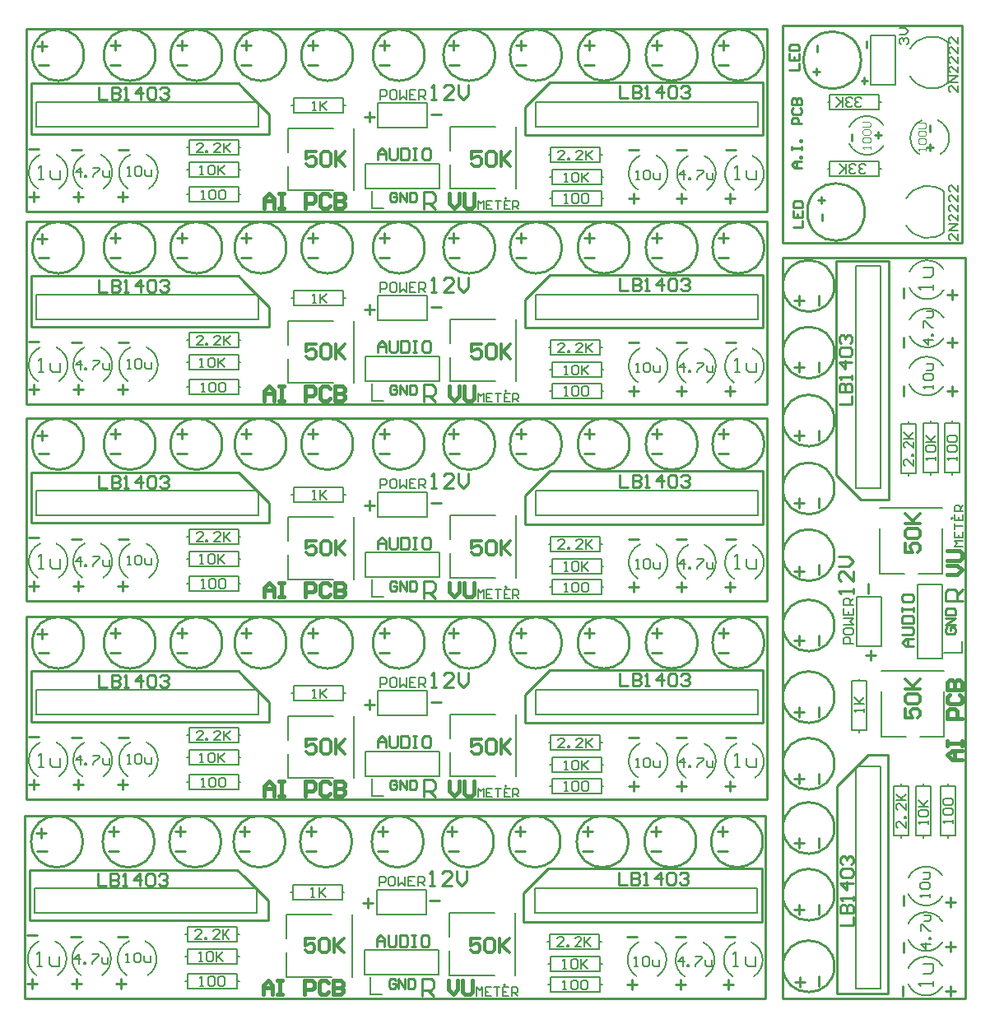
<source format=gto>
G04 Layer_Color=65535*
%FSLAX25Y25*%
%MOIN*%
G70*
G01*
G75*
%ADD30C,0.00787*%
%ADD31C,0.01000*%
%ADD32C,0.00800*%
%ADD33C,0.00500*%
%ADD34C,0.00394*%
%ADD35C,0.01575*%
%ADD36C,0.01181*%
D30*
X372795Y343797D02*
G03*
X371837Y357598I-4232J6640D01*
G01*
X365289D02*
G03*
X364331Y343797I3274J-7161D01*
G01*
X349703Y355669D02*
G03*
X335902Y354711I-6640J-4232D01*
G01*
Y348163D02*
G03*
X349703Y347205I7161J3274D01*
G01*
X359839Y7726D02*
G03*
X373640Y6768I7161J3274D01*
G01*
Y15232D02*
G03*
X359839Y14274I-6640J-4232D01*
G01*
X360339Y289726D02*
G03*
X374140Y288768I7161J3274D01*
G01*
Y297232D02*
G03*
X360339Y296274I-6640J-4232D01*
G01*
X359839Y25726D02*
G03*
X373640Y24768I7161J3274D01*
G01*
Y33232D02*
G03*
X359839Y32274I-6640J-4232D01*
G01*
X360339Y270226D02*
G03*
X374140Y269268I7161J3274D01*
G01*
Y277732D02*
G03*
X360339Y276774I-6640J-4232D01*
G01*
X359839Y44226D02*
G03*
X373640Y43268I7161J3274D01*
G01*
Y51732D02*
G03*
X359839Y50774I-6640J-4232D01*
G01*
X360182Y250726D02*
G03*
X373982Y249768I7161J3274D01*
G01*
Y258232D02*
G03*
X360182Y257274I-6640J-4232D01*
G01*
X378587Y130500D02*
G03*
X378587Y130500I-394J0D01*
G01*
X377929Y196343D02*
G03*
X377929Y196343I-394J0D01*
G01*
X8226Y343661D02*
G03*
X7268Y329860I3274J-7161D01*
G01*
X15732D02*
G03*
X14774Y343661I-4232J6640D01*
G01*
X290226Y343161D02*
G03*
X289268Y329360I3274J-7161D01*
G01*
X297732D02*
G03*
X296774Y343161I-4232J6640D01*
G01*
X26226Y343661D02*
G03*
X25268Y329860I3274J-7161D01*
G01*
X33732D02*
G03*
X32774Y343661I-4232J6640D01*
G01*
X270726Y343161D02*
G03*
X269768Y329360I3274J-7161D01*
G01*
X278232D02*
G03*
X277274Y343161I-4232J6640D01*
G01*
X44726Y343661D02*
G03*
X43768Y329860I3274J-7161D01*
G01*
X52232D02*
G03*
X51274Y343661I-4232J6640D01*
G01*
X251226Y343318D02*
G03*
X250268Y329518I3274J-7161D01*
G01*
X258732D02*
G03*
X257774Y343318I-4232J6640D01*
G01*
X131394Y325307D02*
G03*
X131394Y325307I-394J0D01*
G01*
X197236Y325965D02*
G03*
X197236Y325965I-394J0D01*
G01*
X8226Y265661D02*
G03*
X7268Y251860I3274J-7161D01*
G01*
X15732D02*
G03*
X14774Y265661I-4232J6640D01*
G01*
X290226Y265161D02*
G03*
X289268Y251360I3274J-7161D01*
G01*
X297732D02*
G03*
X296774Y265161I-4232J6640D01*
G01*
X26226Y265661D02*
G03*
X25268Y251860I3274J-7161D01*
G01*
X33732D02*
G03*
X32774Y265661I-4232J6640D01*
G01*
X270726Y265161D02*
G03*
X269768Y251360I3274J-7161D01*
G01*
X278232D02*
G03*
X277274Y265161I-4232J6640D01*
G01*
X44726Y265661D02*
G03*
X43768Y251860I3274J-7161D01*
G01*
X52232D02*
G03*
X51274Y265661I-4232J6640D01*
G01*
X251226Y265318D02*
G03*
X250268Y251518I3274J-7161D01*
G01*
X258732D02*
G03*
X257774Y265318I-4232J6640D01*
G01*
X131394Y247307D02*
G03*
X131394Y247307I-394J0D01*
G01*
X197236Y247965D02*
G03*
X197236Y247965I-394J0D01*
G01*
X8226Y186161D02*
G03*
X7268Y172360I3274J-7161D01*
G01*
X15732D02*
G03*
X14774Y186161I-4232J6640D01*
G01*
X290226Y185661D02*
G03*
X289268Y171860I3274J-7161D01*
G01*
X297732D02*
G03*
X296774Y185661I-4232J6640D01*
G01*
X26226Y186161D02*
G03*
X25268Y172360I3274J-7161D01*
G01*
X33732D02*
G03*
X32774Y186161I-4232J6640D01*
G01*
X270726Y185661D02*
G03*
X269768Y171860I3274J-7161D01*
G01*
X278232D02*
G03*
X277274Y185661I-4232J6640D01*
G01*
X44726Y186161D02*
G03*
X43768Y172360I3274J-7161D01*
G01*
X52232D02*
G03*
X51274Y186161I-4232J6640D01*
G01*
X251226Y185819D02*
G03*
X250268Y172018I3274J-7161D01*
G01*
X258732D02*
G03*
X257774Y185819I-4232J6640D01*
G01*
X131394Y167807D02*
G03*
X131394Y167807I-394J0D01*
G01*
X197236Y168465D02*
G03*
X197236Y168465I-394J0D01*
G01*
X8226Y105661D02*
G03*
X7268Y91860I3274J-7161D01*
G01*
X15732D02*
G03*
X14774Y105661I-4232J6640D01*
G01*
X290226Y105161D02*
G03*
X289268Y91360I3274J-7161D01*
G01*
X297732D02*
G03*
X296774Y105161I-4232J6640D01*
G01*
X26226Y105661D02*
G03*
X25268Y91860I3274J-7161D01*
G01*
X33732D02*
G03*
X32774Y105661I-4232J6640D01*
G01*
X270726Y105161D02*
G03*
X269768Y91360I3274J-7161D01*
G01*
X278232D02*
G03*
X277274Y105161I-4232J6640D01*
G01*
X44726Y105661D02*
G03*
X43768Y91860I3274J-7161D01*
G01*
X52232D02*
G03*
X51274Y105661I-4232J6640D01*
G01*
X251226Y105318D02*
G03*
X250268Y91518I3274J-7161D01*
G01*
X258732D02*
G03*
X257774Y105318I-4232J6640D01*
G01*
X131394Y87307D02*
G03*
X131394Y87307I-394J0D01*
G01*
X197236Y87965D02*
G03*
X197236Y87965I-394J0D01*
G01*
X196736Y7465D02*
G03*
X196736Y7465I-394J0D01*
G01*
X130894Y6807D02*
G03*
X130894Y6807I-394J0D01*
G01*
X25726Y25161D02*
G03*
X24768Y11360I3274J-7161D01*
G01*
X33232D02*
G03*
X32274Y25161I-4232J6640D01*
G01*
X44226D02*
G03*
X43268Y11360I3274J-7161D01*
G01*
X51732D02*
G03*
X50774Y25161I-4232J6640D01*
G01*
X250726Y24818D02*
G03*
X249768Y11018I3274J-7161D01*
G01*
X258232D02*
G03*
X257274Y24818I-4232J6640D01*
G01*
X270226Y24661D02*
G03*
X269268Y10860I3274J-7161D01*
G01*
X277732D02*
G03*
X276774Y24661I-4232J6640D01*
G01*
X289726D02*
G03*
X288768Y10860I3274J-7161D01*
G01*
X297232D02*
G03*
X296274Y24661I-4232J6640D01*
G01*
X7726Y25161D02*
G03*
X6768Y11360I3274J-7161D01*
G01*
X15232D02*
G03*
X14274Y25161I-4232J6640D01*
G01*
X344563Y371937D02*
Y391937D01*
Y371937D02*
X354563D01*
Y391937D01*
X344563D02*
X354563D01*
X327163Y337937D02*
X328063D01*
X348063D02*
X348963D01*
X328063D02*
Y340937D01*
X348063D01*
Y334937D02*
Y340937D01*
X328063Y334937D02*
X348063D01*
X328063D02*
Y337937D01*
X327163Y364937D02*
X328063D01*
X348063D02*
X348963D01*
X328063D02*
Y367937D01*
X348063D01*
Y361937D02*
Y367937D01*
X328063Y361937D02*
X348063D01*
X328063D02*
Y364937D01*
X354000Y88000D02*
X357000D01*
X354000Y68000D02*
Y88000D01*
Y68000D02*
X360000D01*
Y88000D01*
X357000D02*
X360000D01*
X357000Y67100D02*
Y68000D01*
Y88000D02*
Y88900D01*
X360000Y214600D02*
X363000D01*
Y234600D01*
X357000D02*
X363000D01*
X357000Y214600D02*
Y234600D01*
Y214600D02*
X360000D01*
Y234600D02*
Y235500D01*
Y213700D02*
Y214600D01*
X366000Y68000D02*
X369000D01*
Y88000D01*
X363000D02*
X369000D01*
X363000Y68000D02*
Y88000D01*
Y68000D02*
X366000D01*
Y88000D02*
Y88900D01*
Y67100D02*
Y68000D01*
Y235000D02*
X369000D01*
X366000Y215000D02*
Y235000D01*
Y215000D02*
X372000D01*
Y235000D01*
X369000D02*
X372000D01*
X369000Y214100D02*
Y215000D01*
Y235000D02*
Y235900D01*
X373000Y88000D02*
X376000D01*
X373000Y68000D02*
Y88000D01*
Y68000D02*
X379000D01*
Y88000D01*
X376000D02*
X379000D01*
X376000Y67100D02*
Y68000D01*
Y88000D02*
Y88900D01*
X377500Y215000D02*
X380500D01*
Y235000D01*
X374500D02*
X380500D01*
X374500Y215000D02*
Y235000D01*
Y215000D02*
X377500D01*
Y235000D02*
Y235900D01*
Y214100D02*
Y215000D01*
X373500Y139500D02*
Y169500D01*
X363500D02*
X373500D01*
X363500Y139500D02*
Y169500D01*
Y139500D02*
X373500D01*
X338500Y6000D02*
X348500D01*
X338500D02*
Y96000D01*
X348500D01*
Y6000D02*
Y96000D01*
X338500Y298500D02*
X348500D01*
Y208500D02*
Y298500D01*
X338500Y208500D02*
X348500D01*
X338500D02*
Y298500D01*
X339000Y164500D02*
X349000D01*
Y144500D02*
Y164500D01*
X339000Y144500D02*
X349000D01*
X339000D02*
Y164500D01*
X337000Y130500D02*
X340000D01*
X337000Y110500D02*
Y130500D01*
Y110500D02*
X343000D01*
Y130500D01*
X340000D02*
X343000D01*
X340000Y109600D02*
Y110500D01*
Y130500D02*
Y131400D01*
X88500Y346500D02*
Y349500D01*
X68500D02*
X88500D01*
X68500Y343500D02*
Y349500D01*
Y343500D02*
X88500D01*
Y346500D01*
X67600D02*
X68500D01*
X88500D02*
X89400D01*
X215100Y340500D02*
Y343500D01*
Y340500D02*
X235100D01*
Y346500D01*
X215100D02*
X235100D01*
X215100Y343500D02*
Y346500D01*
X235100Y343500D02*
X236000D01*
X214200D02*
X215100D01*
X68500Y334500D02*
Y337500D01*
Y334500D02*
X88500D01*
Y340500D01*
X68500D02*
X88500D01*
X68500Y337500D02*
Y340500D01*
X88500Y337500D02*
X89400D01*
X67600D02*
X68500D01*
X235500Y334500D02*
Y337500D01*
X215500D02*
X235500D01*
X215500Y331500D02*
Y337500D01*
Y331500D02*
X235500D01*
Y334500D01*
X214600D02*
X215500D01*
X235500D02*
X236400D01*
X88500Y327500D02*
Y330500D01*
X68500D02*
X88500D01*
X68500Y324500D02*
Y330500D01*
Y324500D02*
X88500D01*
Y327500D01*
X67600D02*
X68500D01*
X88500D02*
X89400D01*
X215500Y323000D02*
Y326000D01*
Y323000D02*
X235500D01*
Y329000D01*
X215500D02*
X235500D01*
X215500Y326000D02*
Y329000D01*
X235500Y326000D02*
X236400D01*
X214600D02*
X215500D01*
X140000Y330000D02*
X170000D01*
Y340000D01*
X140000D02*
X170000D01*
X140000Y330000D02*
Y340000D01*
X6500Y355000D02*
Y365000D01*
X96500D01*
Y355000D02*
Y365000D01*
X6500Y355000D02*
X96500D01*
X299000D02*
Y365000D01*
X209000Y355000D02*
X299000D01*
X209000D02*
Y365000D01*
X299000D01*
X165000Y354500D02*
Y364500D01*
X145000Y354500D02*
X165000D01*
X145000D02*
Y364500D01*
X165000D01*
X131000Y363500D02*
Y366500D01*
X111000D02*
X131000D01*
X111000Y360500D02*
Y366500D01*
Y360500D02*
X131000D01*
Y363500D01*
X110100D02*
X111000D01*
X131000D02*
X131900D01*
X88500Y268500D02*
Y271500D01*
X68500D02*
X88500D01*
X68500Y265500D02*
Y271500D01*
Y265500D02*
X88500D01*
Y268500D01*
X67600D02*
X68500D01*
X88500D02*
X89400D01*
X215100Y262500D02*
Y265500D01*
Y262500D02*
X235100D01*
Y268500D01*
X215100D02*
X235100D01*
X215100Y265500D02*
Y268500D01*
X235100Y265500D02*
X236000D01*
X214200D02*
X215100D01*
X68500Y256500D02*
Y259500D01*
Y256500D02*
X88500D01*
Y262500D01*
X68500D02*
X88500D01*
X68500Y259500D02*
Y262500D01*
X88500Y259500D02*
X89400D01*
X67600D02*
X68500D01*
X235500Y256500D02*
Y259500D01*
X215500D02*
X235500D01*
X215500Y253500D02*
Y259500D01*
Y253500D02*
X235500D01*
Y256500D01*
X214600D02*
X215500D01*
X235500D02*
X236400D01*
X88500Y249500D02*
Y252500D01*
X68500D02*
X88500D01*
X68500Y246500D02*
Y252500D01*
Y246500D02*
X88500D01*
Y249500D01*
X67600D02*
X68500D01*
X88500D02*
X89400D01*
X215500Y245000D02*
Y248000D01*
Y245000D02*
X235500D01*
Y251000D01*
X215500D02*
X235500D01*
X215500Y248000D02*
Y251000D01*
X235500Y248000D02*
X236400D01*
X214600D02*
X215500D01*
X140000Y252000D02*
X170000D01*
Y262000D01*
X140000D02*
X170000D01*
X140000Y252000D02*
Y262000D01*
X6500Y277000D02*
Y287000D01*
X96500D01*
Y277000D02*
Y287000D01*
X6500Y277000D02*
X96500D01*
X299000D02*
Y287000D01*
X209000Y277000D02*
X299000D01*
X209000D02*
Y287000D01*
X299000D01*
X165000Y276500D02*
Y286500D01*
X145000Y276500D02*
X165000D01*
X145000D02*
Y286500D01*
X165000D01*
X131000Y285500D02*
Y288500D01*
X111000D02*
X131000D01*
X111000Y282500D02*
Y288500D01*
Y282500D02*
X131000D01*
Y285500D01*
X110100D02*
X111000D01*
X131000D02*
X131900D01*
X88500Y189000D02*
Y192000D01*
X68500D02*
X88500D01*
X68500Y186000D02*
Y192000D01*
Y186000D02*
X88500D01*
Y189000D01*
X67600D02*
X68500D01*
X88500D02*
X89400D01*
X215100Y183000D02*
Y186000D01*
Y183000D02*
X235100D01*
Y189000D01*
X215100D02*
X235100D01*
X215100Y186000D02*
Y189000D01*
X235100Y186000D02*
X236000D01*
X214200D02*
X215100D01*
X68500Y177000D02*
Y180000D01*
Y177000D02*
X88500D01*
Y183000D01*
X68500D02*
X88500D01*
X68500Y180000D02*
Y183000D01*
X88500Y180000D02*
X89400D01*
X67600D02*
X68500D01*
X235500Y177000D02*
Y180000D01*
X215500D02*
X235500D01*
X215500Y174000D02*
Y180000D01*
Y174000D02*
X235500D01*
Y177000D01*
X214600D02*
X215500D01*
X235500D02*
X236400D01*
X88500Y170000D02*
Y173000D01*
X68500D02*
X88500D01*
X68500Y167000D02*
Y173000D01*
Y167000D02*
X88500D01*
Y170000D01*
X67600D02*
X68500D01*
X88500D02*
X89400D01*
X215500Y165500D02*
Y168500D01*
Y165500D02*
X235500D01*
Y171500D01*
X215500D02*
X235500D01*
X215500Y168500D02*
Y171500D01*
X235500Y168500D02*
X236400D01*
X214600D02*
X215500D01*
X140000Y172500D02*
X170000D01*
Y182500D01*
X140000D02*
X170000D01*
X140000Y172500D02*
Y182500D01*
X6500Y197500D02*
Y207500D01*
X96500D01*
Y197500D02*
Y207500D01*
X6500Y197500D02*
X96500D01*
X299000D02*
Y207500D01*
X209000Y197500D02*
X299000D01*
X209000D02*
Y207500D01*
X299000D01*
X165000Y197000D02*
Y207000D01*
X145000Y197000D02*
X165000D01*
X145000D02*
Y207000D01*
X165000D01*
X131000Y206000D02*
Y209000D01*
X111000D02*
X131000D01*
X111000Y203000D02*
Y209000D01*
Y203000D02*
X131000D01*
Y206000D01*
X110100D02*
X111000D01*
X131000D02*
X131900D01*
X88500Y108500D02*
Y111500D01*
X68500D02*
X88500D01*
X68500Y105500D02*
Y111500D01*
Y105500D02*
X88500D01*
Y108500D01*
X67600D02*
X68500D01*
X88500D02*
X89400D01*
X215100Y102500D02*
Y105500D01*
Y102500D02*
X235100D01*
Y108500D01*
X215100D02*
X235100D01*
X215100Y105500D02*
Y108500D01*
X235100Y105500D02*
X236000D01*
X214200D02*
X215100D01*
X68500Y96500D02*
Y99500D01*
Y96500D02*
X88500D01*
Y102500D01*
X68500D02*
X88500D01*
X68500Y99500D02*
Y102500D01*
X88500Y99500D02*
X89400D01*
X67600D02*
X68500D01*
X235500Y96500D02*
Y99500D01*
X215500D02*
X235500D01*
X215500Y93500D02*
Y99500D01*
Y93500D02*
X235500D01*
Y96500D01*
X214600D02*
X215500D01*
X235500D02*
X236400D01*
X88500Y89500D02*
Y92500D01*
X68500D02*
X88500D01*
X68500Y86500D02*
Y92500D01*
Y86500D02*
X88500D01*
Y89500D01*
X67600D02*
X68500D01*
X88500D02*
X89400D01*
X215500Y85000D02*
Y88000D01*
Y85000D02*
X235500D01*
Y91000D01*
X215500D02*
X235500D01*
X215500Y88000D02*
Y91000D01*
X235500Y88000D02*
X236400D01*
X214600D02*
X215500D01*
X140000Y92000D02*
X170000D01*
Y102000D01*
X140000D02*
X170000D01*
X140000Y92000D02*
Y102000D01*
X6500Y117000D02*
Y127000D01*
X96500D01*
Y117000D02*
Y127000D01*
X6500Y117000D02*
X96500D01*
X299000D02*
Y127000D01*
X209000Y117000D02*
X299000D01*
X209000D02*
Y127000D01*
X299000D01*
X165000Y116500D02*
Y126500D01*
X145000Y116500D02*
X165000D01*
X145000D02*
Y126500D01*
X165000D01*
X131000Y125500D02*
Y128500D01*
X111000D02*
X131000D01*
X111000Y122500D02*
Y128500D01*
Y122500D02*
X131000D01*
Y125500D01*
X110100D02*
X111000D01*
X131000D02*
X131900D01*
X139500Y11500D02*
X169500D01*
Y21500D01*
X139500D02*
X169500D01*
X139500Y11500D02*
Y21500D01*
X215000Y4500D02*
Y7500D01*
Y4500D02*
X235000D01*
Y10500D01*
X215000D02*
X235000D01*
X215000Y7500D02*
Y10500D01*
X235000Y7500D02*
X235900D01*
X214100D02*
X215000D01*
X164500Y36000D02*
Y46000D01*
X144500Y36000D02*
X164500D01*
X144500D02*
Y46000D01*
X164500D01*
X130500Y45000D02*
Y48000D01*
X110500D02*
X130500D01*
X110500Y42000D02*
Y48000D01*
Y42000D02*
X130500D01*
Y45000D01*
X109600D02*
X110500D01*
X130500D02*
X131400D01*
X88000Y28000D02*
Y31000D01*
X68000D02*
X88000D01*
X68000Y25000D02*
Y31000D01*
Y25000D02*
X88000D01*
Y28000D01*
X67100D02*
X68000D01*
X88000D02*
X88900D01*
X68000Y16000D02*
Y19000D01*
Y16000D02*
X88000D01*
Y22000D01*
X68000D02*
X88000D01*
X68000Y19000D02*
Y22000D01*
X88000Y19000D02*
X88900D01*
X67100D02*
X68000D01*
X88000Y9000D02*
Y12000D01*
X68000D02*
X88000D01*
X68000Y6000D02*
Y12000D01*
Y6000D02*
X88000D01*
Y9000D01*
X67100D02*
X68000D01*
X88000D02*
X88900D01*
X298500Y36500D02*
Y46500D01*
X208500Y36500D02*
X298500D01*
X208500D02*
Y46500D01*
X298500D01*
X6000Y36500D02*
Y46500D01*
X96000D01*
Y36500D02*
Y46500D01*
X6000Y36500D02*
X96000D01*
X235000Y16000D02*
Y19000D01*
X215000D02*
X235000D01*
X215000Y13000D02*
Y19000D01*
Y13000D02*
X235000D01*
Y16000D01*
X214100D02*
X215000D01*
X235000D02*
X235900D01*
X214600Y22000D02*
Y25000D01*
Y22000D02*
X234600D01*
Y28000D01*
X214600D02*
X234600D01*
X214600Y25000D02*
Y28000D01*
X234600Y25000D02*
X235500D01*
X213700D02*
X214600D01*
X356783Y388437D02*
X356127Y389093D01*
Y390405D01*
X356783Y391061D01*
X357439D01*
X358095Y390405D01*
Y389749D01*
Y390405D01*
X358751Y391061D01*
X359407D01*
X360063Y390405D01*
Y389093D01*
X359407Y388437D01*
X356127Y392373D02*
X358751D01*
X360063Y393685D01*
X358751Y394997D01*
X356127D01*
X342563Y336657D02*
X341907Y336001D01*
X340595D01*
X339939Y336657D01*
Y337313D01*
X340595Y337969D01*
X341251D01*
X340595D01*
X339939Y338625D01*
Y339281D01*
X340595Y339937D01*
X341907D01*
X342563Y339281D01*
X338627Y336657D02*
X337971Y336001D01*
X336659D01*
X336003Y336657D01*
Y337313D01*
X336659Y337969D01*
X337315D01*
X336659D01*
X336003Y338625D01*
Y339281D01*
X336659Y339937D01*
X337971D01*
X338627Y339281D01*
X334692Y336001D02*
Y339937D01*
Y338625D01*
X332068Y336001D01*
X334036Y337969D01*
X332068Y339937D01*
X341063Y363657D02*
X340407Y363001D01*
X339095D01*
X338439Y363657D01*
Y364313D01*
X339095Y364969D01*
X339751D01*
X339095D01*
X338439Y365625D01*
Y366281D01*
X339095Y366937D01*
X340407D01*
X341063Y366281D01*
X337127Y363657D02*
X336471Y363001D01*
X335159D01*
X334503Y363657D01*
Y364313D01*
X335159Y364969D01*
X335815D01*
X335159D01*
X334503Y365625D01*
Y366281D01*
X335159Y366937D01*
X336471D01*
X337127Y366281D01*
X333191Y363001D02*
Y366937D01*
Y365625D01*
X330568Y363001D01*
X332536Y364969D01*
X330568Y366937D01*
X380063Y311561D02*
Y308937D01*
X377439Y311561D01*
X376783D01*
X376127Y310905D01*
Y309593D01*
X376783Y308937D01*
X380063Y312873D02*
X376127D01*
X380063Y315497D01*
X376127D01*
X380063Y319432D02*
Y316809D01*
X377439Y319432D01*
X376783D01*
X376127Y318776D01*
Y317464D01*
X376783Y316809D01*
X380063Y323368D02*
Y320744D01*
X377439Y323368D01*
X376783D01*
X376127Y322712D01*
Y321400D01*
X376783Y320744D01*
X380063Y327304D02*
Y324680D01*
X377439Y327304D01*
X376783D01*
X376127Y326648D01*
Y325336D01*
X376783Y324680D01*
X380063Y331240D02*
Y328616D01*
X377439Y331240D01*
X376783D01*
X376127Y330584D01*
Y329272D01*
X376783Y328616D01*
X380063Y371561D02*
Y368937D01*
X377439Y371561D01*
X376783D01*
X376127Y370905D01*
Y369593D01*
X376783Y368937D01*
X380063Y372873D02*
X376127D01*
X380063Y375497D01*
X376127D01*
X380063Y379432D02*
Y376809D01*
X377439Y379432D01*
X376783D01*
X376127Y378776D01*
Y377464D01*
X376783Y376809D01*
X380063Y383368D02*
Y380744D01*
X377439Y383368D01*
X376783D01*
X376127Y382712D01*
Y381400D01*
X376783Y380744D01*
X380063Y387304D02*
Y384680D01*
X377439Y387304D01*
X376783D01*
X376127Y386648D01*
Y385336D01*
X376783Y384680D01*
X380063Y391240D02*
Y388616D01*
X377439Y391240D01*
X376783D01*
X376127Y390584D01*
Y389272D01*
X376783Y388616D01*
X368500Y43000D02*
Y44312D01*
Y43656D01*
X364564D01*
X365220Y43000D01*
Y46280D02*
X364564Y46936D01*
Y48248D01*
X365220Y48904D01*
X367844D01*
X368500Y48248D01*
Y46936D01*
X367844Y46280D01*
X365220D01*
X365876Y50216D02*
X367844D01*
X368500Y50871D01*
Y52839D01*
X365876D01*
X369000Y23968D02*
X365064D01*
X367032Y22000D01*
Y24624D01*
X369000Y25936D02*
X368344D01*
Y26592D01*
X369000D01*
Y25936D01*
X365064Y29215D02*
Y31839D01*
X365720D01*
X368344Y29215D01*
X369000D01*
X366376Y33151D02*
X368344D01*
X369000Y33807D01*
Y35775D01*
X366376D01*
X382000Y185000D02*
X378458D01*
X379639Y186181D01*
X378458Y187361D01*
X382000D01*
X378458Y190904D02*
Y188542D01*
X382000D01*
Y190904D01*
X380229Y188542D02*
Y189723D01*
X378458Y192084D02*
Y194446D01*
Y193265D01*
X382000D01*
X378458Y197988D02*
Y195626D01*
X382000D01*
Y197988D01*
X380229Y195626D02*
Y196807D01*
X382000Y199169D02*
X378458D01*
Y200940D01*
X379048Y201530D01*
X380229D01*
X380819Y200940D01*
Y199169D01*
Y200349D02*
X382000Y201530D01*
X378000Y73000D02*
Y74312D01*
Y73656D01*
X374064D01*
X374720Y73000D01*
Y76280D02*
X374064Y76936D01*
Y78248D01*
X374720Y78904D01*
X377344D01*
X378000Y78248D01*
Y76936D01*
X377344Y76280D01*
X374720D01*
Y80216D02*
X374064Y80871D01*
Y82183D01*
X374720Y82839D01*
X377344D01*
X378000Y82183D01*
Y80871D01*
X377344Y80216D01*
X374720D01*
X368000Y72500D02*
Y73812D01*
Y73156D01*
X364064D01*
X364720Y72500D01*
Y75780D02*
X364064Y76436D01*
Y77748D01*
X364720Y78404D01*
X367344D01*
X368000Y77748D01*
Y76436D01*
X367344Y75780D01*
X364720D01*
X364064Y79716D02*
X368000D01*
X366688D01*
X364064Y82339D01*
X366032Y80371D01*
X368000Y82339D01*
X359000Y73624D02*
Y71000D01*
X356376Y73624D01*
X355720D01*
X355064Y72968D01*
Y71656D01*
X355720Y71000D01*
X359000Y74936D02*
X358344D01*
Y75592D01*
X359000D01*
Y74936D01*
Y80839D02*
Y78215D01*
X356376Y80839D01*
X355720D01*
X355064Y80183D01*
Y78872D01*
X355720Y78215D01*
X355064Y82151D02*
X359000D01*
X357688D01*
X355064Y84775D01*
X357032Y82807D01*
X359000Y84775D01*
X370000Y7000D02*
Y8968D01*
Y7984D01*
X364096D01*
X365080Y7000D01*
X366064Y11920D02*
X369016D01*
X370000Y12904D01*
Y15855D01*
X366064D01*
X374416Y142000D02*
X381500D01*
Y146723D01*
X337500Y145500D02*
X333564D01*
Y147468D01*
X334220Y148124D01*
X335532D01*
X336188Y147468D01*
Y145500D01*
X333564Y151404D02*
Y150092D01*
X334220Y149436D01*
X336844D01*
X337500Y150092D01*
Y151404D01*
X336844Y152060D01*
X334220D01*
X333564Y151404D01*
Y153372D02*
X337500D01*
X336188Y154683D01*
X337500Y155995D01*
X333564D01*
Y159931D02*
Y157307D01*
X337500D01*
Y159931D01*
X335532Y157307D02*
Y158619D01*
X337500Y161243D02*
X333564D01*
Y163211D01*
X334220Y163867D01*
X335532D01*
X336188Y163211D01*
Y161243D01*
Y162555D02*
X337500Y163867D01*
X342000Y118000D02*
Y119312D01*
Y118656D01*
X338064D01*
X338720Y118000D01*
X338064Y121280D02*
X342000D01*
X340688D01*
X338064Y123904D01*
X340032Y121936D01*
X342000Y123904D01*
X370000Y289000D02*
Y290968D01*
Y289984D01*
X364096D01*
X365080Y289000D01*
X366064Y293920D02*
X369016D01*
X370000Y294904D01*
Y297855D01*
X366064D01*
X370000Y268468D02*
X366064D01*
X368032Y266500D01*
Y269124D01*
X370000Y270436D02*
X369344D01*
Y271092D01*
X370000D01*
Y270436D01*
X366064Y273715D02*
Y276339D01*
X366720D01*
X369344Y273715D01*
X370000D01*
X367376Y277651D02*
X369344D01*
X370000Y278307D01*
Y280275D01*
X367376D01*
X370000Y249000D02*
Y250312D01*
Y249656D01*
X366064D01*
X366720Y249000D01*
Y252280D02*
X366064Y252936D01*
Y254248D01*
X366720Y254904D01*
X369344D01*
X370000Y254248D01*
Y252936D01*
X369344Y252280D01*
X366720D01*
X367376Y256216D02*
X369344D01*
X370000Y256872D01*
Y258839D01*
X367376D01*
X379500Y220000D02*
Y221312D01*
Y220656D01*
X375564D01*
X376220Y220000D01*
Y223280D02*
X375564Y223936D01*
Y225248D01*
X376220Y225904D01*
X378844D01*
X379500Y225248D01*
Y223936D01*
X378844Y223280D01*
X376220D01*
Y227216D02*
X375564Y227871D01*
Y229183D01*
X376220Y229839D01*
X378844D01*
X379500Y229183D01*
Y227871D01*
X378844Y227216D01*
X376220D01*
X371000Y220000D02*
Y221312D01*
Y220656D01*
X367064D01*
X367720Y220000D01*
Y223280D02*
X367064Y223936D01*
Y225248D01*
X367720Y225904D01*
X370344D01*
X371000Y225248D01*
Y223936D01*
X370344Y223280D01*
X367720D01*
X367064Y227216D02*
X371000D01*
X369688D01*
X367064Y229839D01*
X369032Y227871D01*
X371000Y229839D01*
X362000Y220224D02*
Y217600D01*
X359376Y220224D01*
X358720D01*
X358064Y219568D01*
Y218256D01*
X358720Y217600D01*
X362000Y221536D02*
X361344D01*
Y222192D01*
X362000D01*
Y221536D01*
Y227439D02*
Y224816D01*
X359376Y227439D01*
X358720D01*
X358064Y226783D01*
Y225471D01*
X358720Y224816D01*
X358064Y228751D02*
X362000D01*
X360688D01*
X358064Y231375D01*
X360032Y229407D01*
X362000Y231375D01*
X43500Y335000D02*
X44812D01*
X44156D01*
Y338936D01*
X43500Y338280D01*
X46780D02*
X47436Y338936D01*
X48748D01*
X49404Y338280D01*
Y335656D01*
X48748Y335000D01*
X47436D01*
X46780Y335656D01*
Y338280D01*
X50716Y337624D02*
Y335656D01*
X51372Y335000D01*
X53339D01*
Y337624D01*
X24468Y334500D02*
Y338436D01*
X22500Y336468D01*
X25124D01*
X26436Y334500D02*
Y335156D01*
X27092D01*
Y334500D01*
X26436D01*
X29715Y338436D02*
X32339D01*
Y337780D01*
X29715Y335156D01*
Y334500D01*
X33651Y337124D02*
Y335156D01*
X34307Y334500D01*
X36275D01*
Y337124D01*
X185500Y321500D02*
Y325042D01*
X186681Y323861D01*
X187861Y325042D01*
Y321500D01*
X191404Y325042D02*
X189042D01*
Y321500D01*
X191404D01*
X189042Y323271D02*
X190223D01*
X192584Y325042D02*
X194946D01*
X193765D01*
Y321500D01*
X198488Y325042D02*
X196126D01*
Y321500D01*
X198488D01*
X196126Y323271D02*
X197307D01*
X199669Y321500D02*
Y325042D01*
X201440D01*
X202030Y324452D01*
Y323271D01*
X201440Y322681D01*
X199669D01*
X200849D02*
X202030Y321500D01*
X73500Y325500D02*
X74812D01*
X74156D01*
Y329436D01*
X73500Y328780D01*
X76780D02*
X77436Y329436D01*
X78748D01*
X79404Y328780D01*
Y326156D01*
X78748Y325500D01*
X77436D01*
X76780Y326156D01*
Y328780D01*
X80716D02*
X81371Y329436D01*
X82683D01*
X83339Y328780D01*
Y326156D01*
X82683Y325500D01*
X81371D01*
X80716Y326156D01*
Y328780D01*
X73000Y335500D02*
X74312D01*
X73656D01*
Y339436D01*
X73000Y338780D01*
X76280D02*
X76936Y339436D01*
X78248D01*
X78904Y338780D01*
Y336156D01*
X78248Y335500D01*
X76936D01*
X76280Y336156D01*
Y338780D01*
X80216Y339436D02*
Y335500D01*
Y336812D01*
X82839Y339436D01*
X80871Y337468D01*
X82839Y335500D01*
X74124Y344500D02*
X71500D01*
X74124Y347124D01*
Y347780D01*
X73468Y348436D01*
X72156D01*
X71500Y347780D01*
X75436Y344500D02*
Y345156D01*
X76092D01*
Y344500D01*
X75436D01*
X81339D02*
X78715D01*
X81339Y347124D01*
Y347780D01*
X80683Y348436D01*
X79372D01*
X78715Y347780D01*
X82651Y348436D02*
Y344500D01*
Y345812D01*
X85275Y348436D01*
X83307Y346468D01*
X85275Y344500D01*
X7500Y333500D02*
X9468D01*
X8484D01*
Y339404D01*
X7500Y338420D01*
X12420Y337436D02*
Y334484D01*
X13404Y333500D01*
X16355D01*
Y337436D01*
X142500Y329084D02*
Y322000D01*
X147223D01*
X146000Y366000D02*
Y369936D01*
X147968D01*
X148624Y369280D01*
Y367968D01*
X147968Y367312D01*
X146000D01*
X151904Y369936D02*
X150592D01*
X149936Y369280D01*
Y366656D01*
X150592Y366000D01*
X151904D01*
X152560Y366656D01*
Y369280D01*
X151904Y369936D01*
X153872D02*
Y366000D01*
X155183Y367312D01*
X156495Y366000D01*
Y369936D01*
X160431D02*
X157807D01*
Y366000D01*
X160431D01*
X157807Y367968D02*
X159119D01*
X161743Y366000D02*
Y369936D01*
X163711D01*
X164367Y369280D01*
Y367968D01*
X163711Y367312D01*
X161743D01*
X163055D02*
X164367Y366000D01*
X118500Y361500D02*
X119812D01*
X119156D01*
Y365436D01*
X118500Y364780D01*
X121780Y365436D02*
Y361500D01*
Y362812D01*
X124404Y365436D01*
X122436Y363468D01*
X124404Y361500D01*
X289500Y333500D02*
X291468D01*
X290484D01*
Y339404D01*
X289500Y338420D01*
X294420Y337436D02*
Y334484D01*
X295404Y333500D01*
X298355D01*
Y337436D01*
X268968Y333500D02*
Y337436D01*
X267000Y335468D01*
X269624D01*
X270936Y333500D02*
Y334156D01*
X271592D01*
Y333500D01*
X270936D01*
X274216Y337436D02*
X276839D01*
Y336780D01*
X274216Y334156D01*
Y333500D01*
X278151Y336124D02*
Y334156D01*
X278807Y333500D01*
X280775D01*
Y336124D01*
X249500Y333500D02*
X250812D01*
X250156D01*
Y337436D01*
X249500Y336780D01*
X252780D02*
X253436Y337436D01*
X254748D01*
X255404Y336780D01*
Y334156D01*
X254748Y333500D01*
X253436D01*
X252780Y334156D01*
Y336780D01*
X256715Y336124D02*
Y334156D01*
X257371Y333500D01*
X259339D01*
Y336124D01*
X220500Y324000D02*
X221812D01*
X221156D01*
Y327936D01*
X220500Y327280D01*
X223780D02*
X224436Y327936D01*
X225748D01*
X226404Y327280D01*
Y324656D01*
X225748Y324000D01*
X224436D01*
X223780Y324656D01*
Y327280D01*
X227715D02*
X228372Y327936D01*
X229683D01*
X230339Y327280D01*
Y324656D01*
X229683Y324000D01*
X228372D01*
X227715Y324656D01*
Y327280D01*
X220500Y332500D02*
X221812D01*
X221156D01*
Y336436D01*
X220500Y335780D01*
X223780D02*
X224436Y336436D01*
X225748D01*
X226404Y335780D01*
Y333156D01*
X225748Y332500D01*
X224436D01*
X223780Y333156D01*
Y335780D01*
X227715Y336436D02*
Y332500D01*
Y333812D01*
X230339Y336436D01*
X228372Y334468D01*
X230339Y332500D01*
X220724Y341500D02*
X218100D01*
X220724Y344124D01*
Y344780D01*
X220068Y345436D01*
X218756D01*
X218100Y344780D01*
X222036Y341500D02*
Y342156D01*
X222692D01*
Y341500D01*
X222036D01*
X227939D02*
X225315D01*
X227939Y344124D01*
Y344780D01*
X227283Y345436D01*
X225972D01*
X225315Y344780D01*
X229251Y345436D02*
Y341500D01*
Y342812D01*
X231875Y345436D01*
X229907Y343468D01*
X231875Y341500D01*
X43500Y257000D02*
X44812D01*
X44156D01*
Y260936D01*
X43500Y260280D01*
X46780D02*
X47436Y260936D01*
X48748D01*
X49404Y260280D01*
Y257656D01*
X48748Y257000D01*
X47436D01*
X46780Y257656D01*
Y260280D01*
X50716Y259624D02*
Y257656D01*
X51372Y257000D01*
X53339D01*
Y259624D01*
X24468Y256500D02*
Y260436D01*
X22500Y258468D01*
X25124D01*
X26436Y256500D02*
Y257156D01*
X27092D01*
Y256500D01*
X26436D01*
X29715Y260436D02*
X32339D01*
Y259780D01*
X29715Y257156D01*
Y256500D01*
X33651Y259124D02*
Y257156D01*
X34307Y256500D01*
X36275D01*
Y259124D01*
X185500Y243500D02*
Y247042D01*
X186681Y245861D01*
X187861Y247042D01*
Y243500D01*
X191404Y247042D02*
X189042D01*
Y243500D01*
X191404D01*
X189042Y245271D02*
X190223D01*
X192584Y247042D02*
X194946D01*
X193765D01*
Y243500D01*
X198488Y247042D02*
X196126D01*
Y243500D01*
X198488D01*
X196126Y245271D02*
X197307D01*
X199669Y243500D02*
Y247042D01*
X201440D01*
X202030Y246452D01*
Y245271D01*
X201440Y244681D01*
X199669D01*
X200849D02*
X202030Y243500D01*
X73500Y247500D02*
X74812D01*
X74156D01*
Y251436D01*
X73500Y250780D01*
X76780D02*
X77436Y251436D01*
X78748D01*
X79404Y250780D01*
Y248156D01*
X78748Y247500D01*
X77436D01*
X76780Y248156D01*
Y250780D01*
X80716D02*
X81371Y251436D01*
X82683D01*
X83339Y250780D01*
Y248156D01*
X82683Y247500D01*
X81371D01*
X80716Y248156D01*
Y250780D01*
X73000Y257500D02*
X74312D01*
X73656D01*
Y261436D01*
X73000Y260780D01*
X76280D02*
X76936Y261436D01*
X78248D01*
X78904Y260780D01*
Y258156D01*
X78248Y257500D01*
X76936D01*
X76280Y258156D01*
Y260780D01*
X80216Y261436D02*
Y257500D01*
Y258812D01*
X82839Y261436D01*
X80871Y259468D01*
X82839Y257500D01*
X74124Y266500D02*
X71500D01*
X74124Y269124D01*
Y269780D01*
X73468Y270436D01*
X72156D01*
X71500Y269780D01*
X75436Y266500D02*
Y267156D01*
X76092D01*
Y266500D01*
X75436D01*
X81339D02*
X78715D01*
X81339Y269124D01*
Y269780D01*
X80683Y270436D01*
X79372D01*
X78715Y269780D01*
X82651Y270436D02*
Y266500D01*
Y267812D01*
X85275Y270436D01*
X83307Y268468D01*
X85275Y266500D01*
X7500Y255500D02*
X9468D01*
X8484D01*
Y261404D01*
X7500Y260420D01*
X12420Y259436D02*
Y256484D01*
X13404Y255500D01*
X16355D01*
Y259436D01*
X142500Y251084D02*
Y244000D01*
X147223D01*
X146000Y288000D02*
Y291936D01*
X147968D01*
X148624Y291280D01*
Y289968D01*
X147968Y289312D01*
X146000D01*
X151904Y291936D02*
X150592D01*
X149936Y291280D01*
Y288656D01*
X150592Y288000D01*
X151904D01*
X152560Y288656D01*
Y291280D01*
X151904Y291936D01*
X153872D02*
Y288000D01*
X155183Y289312D01*
X156495Y288000D01*
Y291936D01*
X160431D02*
X157807D01*
Y288000D01*
X160431D01*
X157807Y289968D02*
X159119D01*
X161743Y288000D02*
Y291936D01*
X163711D01*
X164367Y291280D01*
Y289968D01*
X163711Y289312D01*
X161743D01*
X163055D02*
X164367Y288000D01*
X118500Y283500D02*
X119812D01*
X119156D01*
Y287436D01*
X118500Y286780D01*
X121780Y287436D02*
Y283500D01*
Y284812D01*
X124404Y287436D01*
X122436Y285468D01*
X124404Y283500D01*
X289500Y255500D02*
X291468D01*
X290484D01*
Y261404D01*
X289500Y260420D01*
X294420Y259436D02*
Y256484D01*
X295404Y255500D01*
X298355D01*
Y259436D01*
X268968Y255500D02*
Y259436D01*
X267000Y257468D01*
X269624D01*
X270936Y255500D02*
Y256156D01*
X271592D01*
Y255500D01*
X270936D01*
X274216Y259436D02*
X276839D01*
Y258780D01*
X274216Y256156D01*
Y255500D01*
X278151Y258124D02*
Y256156D01*
X278807Y255500D01*
X280775D01*
Y258124D01*
X249500Y255500D02*
X250812D01*
X250156D01*
Y259436D01*
X249500Y258780D01*
X252780D02*
X253436Y259436D01*
X254748D01*
X255404Y258780D01*
Y256156D01*
X254748Y255500D01*
X253436D01*
X252780Y256156D01*
Y258780D01*
X256715Y258124D02*
Y256156D01*
X257371Y255500D01*
X259339D01*
Y258124D01*
X220500Y246000D02*
X221812D01*
X221156D01*
Y249936D01*
X220500Y249280D01*
X223780D02*
X224436Y249936D01*
X225748D01*
X226404Y249280D01*
Y246656D01*
X225748Y246000D01*
X224436D01*
X223780Y246656D01*
Y249280D01*
X227715D02*
X228372Y249936D01*
X229683D01*
X230339Y249280D01*
Y246656D01*
X229683Y246000D01*
X228372D01*
X227715Y246656D01*
Y249280D01*
X220500Y254500D02*
X221812D01*
X221156D01*
Y258436D01*
X220500Y257780D01*
X223780D02*
X224436Y258436D01*
X225748D01*
X226404Y257780D01*
Y255156D01*
X225748Y254500D01*
X224436D01*
X223780Y255156D01*
Y257780D01*
X227715Y258436D02*
Y254500D01*
Y255812D01*
X230339Y258436D01*
X228372Y256468D01*
X230339Y254500D01*
X220724Y263500D02*
X218100D01*
X220724Y266124D01*
Y266780D01*
X220068Y267436D01*
X218756D01*
X218100Y266780D01*
X222036Y263500D02*
Y264156D01*
X222692D01*
Y263500D01*
X222036D01*
X227939D02*
X225315D01*
X227939Y266124D01*
Y266780D01*
X227283Y267436D01*
X225972D01*
X225315Y266780D01*
X229251Y267436D02*
Y263500D01*
Y264812D01*
X231875Y267436D01*
X229907Y265468D01*
X231875Y263500D01*
X43500Y177500D02*
X44812D01*
X44156D01*
Y181436D01*
X43500Y180780D01*
X46780D02*
X47436Y181436D01*
X48748D01*
X49404Y180780D01*
Y178156D01*
X48748Y177500D01*
X47436D01*
X46780Y178156D01*
Y180780D01*
X50716Y180124D02*
Y178156D01*
X51372Y177500D01*
X53339D01*
Y180124D01*
X24468Y177000D02*
Y180936D01*
X22500Y178968D01*
X25124D01*
X26436Y177000D02*
Y177656D01*
X27092D01*
Y177000D01*
X26436D01*
X29715Y180936D02*
X32339D01*
Y180280D01*
X29715Y177656D01*
Y177000D01*
X33651Y179624D02*
Y177656D01*
X34307Y177000D01*
X36275D01*
Y179624D01*
X185500Y164000D02*
Y167542D01*
X186681Y166361D01*
X187861Y167542D01*
Y164000D01*
X191404Y167542D02*
X189042D01*
Y164000D01*
X191404D01*
X189042Y165771D02*
X190223D01*
X192584Y167542D02*
X194946D01*
X193765D01*
Y164000D01*
X198488Y167542D02*
X196126D01*
Y164000D01*
X198488D01*
X196126Y165771D02*
X197307D01*
X199669Y164000D02*
Y167542D01*
X201440D01*
X202030Y166952D01*
Y165771D01*
X201440Y165181D01*
X199669D01*
X200849D02*
X202030Y164000D01*
X73500Y168000D02*
X74812D01*
X74156D01*
Y171936D01*
X73500Y171280D01*
X76780D02*
X77436Y171936D01*
X78748D01*
X79404Y171280D01*
Y168656D01*
X78748Y168000D01*
X77436D01*
X76780Y168656D01*
Y171280D01*
X80716D02*
X81371Y171936D01*
X82683D01*
X83339Y171280D01*
Y168656D01*
X82683Y168000D01*
X81371D01*
X80716Y168656D01*
Y171280D01*
X73000Y178000D02*
X74312D01*
X73656D01*
Y181936D01*
X73000Y181280D01*
X76280D02*
X76936Y181936D01*
X78248D01*
X78904Y181280D01*
Y178656D01*
X78248Y178000D01*
X76936D01*
X76280Y178656D01*
Y181280D01*
X80216Y181936D02*
Y178000D01*
Y179312D01*
X82839Y181936D01*
X80871Y179968D01*
X82839Y178000D01*
X74124Y187000D02*
X71500D01*
X74124Y189624D01*
Y190280D01*
X73468Y190936D01*
X72156D01*
X71500Y190280D01*
X75436Y187000D02*
Y187656D01*
X76092D01*
Y187000D01*
X75436D01*
X81339D02*
X78715D01*
X81339Y189624D01*
Y190280D01*
X80683Y190936D01*
X79372D01*
X78715Y190280D01*
X82651Y190936D02*
Y187000D01*
Y188312D01*
X85275Y190936D01*
X83307Y188968D01*
X85275Y187000D01*
X7500Y176000D02*
X9468D01*
X8484D01*
Y181904D01*
X7500Y180920D01*
X12420Y179936D02*
Y176984D01*
X13404Y176000D01*
X16355D01*
Y179936D01*
X142500Y171584D02*
Y164500D01*
X147223D01*
X146000Y208500D02*
Y212436D01*
X147968D01*
X148624Y211780D01*
Y210468D01*
X147968Y209812D01*
X146000D01*
X151904Y212436D02*
X150592D01*
X149936Y211780D01*
Y209156D01*
X150592Y208500D01*
X151904D01*
X152560Y209156D01*
Y211780D01*
X151904Y212436D01*
X153872D02*
Y208500D01*
X155183Y209812D01*
X156495Y208500D01*
Y212436D01*
X160431D02*
X157807D01*
Y208500D01*
X160431D01*
X157807Y210468D02*
X159119D01*
X161743Y208500D02*
Y212436D01*
X163711D01*
X164367Y211780D01*
Y210468D01*
X163711Y209812D01*
X161743D01*
X163055D02*
X164367Y208500D01*
X118500Y204000D02*
X119812D01*
X119156D01*
Y207936D01*
X118500Y207280D01*
X121780Y207936D02*
Y204000D01*
Y205312D01*
X124404Y207936D01*
X122436Y205968D01*
X124404Y204000D01*
X289500Y176000D02*
X291468D01*
X290484D01*
Y181904D01*
X289500Y180920D01*
X294420Y179936D02*
Y176984D01*
X295404Y176000D01*
X298355D01*
Y179936D01*
X268968Y176000D02*
Y179936D01*
X267000Y177968D01*
X269624D01*
X270936Y176000D02*
Y176656D01*
X271592D01*
Y176000D01*
X270936D01*
X274216Y179936D02*
X276839D01*
Y179280D01*
X274216Y176656D01*
Y176000D01*
X278151Y178624D02*
Y176656D01*
X278807Y176000D01*
X280775D01*
Y178624D01*
X249500Y176000D02*
X250812D01*
X250156D01*
Y179936D01*
X249500Y179280D01*
X252780D02*
X253436Y179936D01*
X254748D01*
X255404Y179280D01*
Y176656D01*
X254748Y176000D01*
X253436D01*
X252780Y176656D01*
Y179280D01*
X256715Y178624D02*
Y176656D01*
X257371Y176000D01*
X259339D01*
Y178624D01*
X220500Y166500D02*
X221812D01*
X221156D01*
Y170436D01*
X220500Y169780D01*
X223780D02*
X224436Y170436D01*
X225748D01*
X226404Y169780D01*
Y167156D01*
X225748Y166500D01*
X224436D01*
X223780Y167156D01*
Y169780D01*
X227715D02*
X228372Y170436D01*
X229683D01*
X230339Y169780D01*
Y167156D01*
X229683Y166500D01*
X228372D01*
X227715Y167156D01*
Y169780D01*
X220500Y175000D02*
X221812D01*
X221156D01*
Y178936D01*
X220500Y178280D01*
X223780D02*
X224436Y178936D01*
X225748D01*
X226404Y178280D01*
Y175656D01*
X225748Y175000D01*
X224436D01*
X223780Y175656D01*
Y178280D01*
X227715Y178936D02*
Y175000D01*
Y176312D01*
X230339Y178936D01*
X228372Y176968D01*
X230339Y175000D01*
X220724Y184000D02*
X218100D01*
X220724Y186624D01*
Y187280D01*
X220068Y187936D01*
X218756D01*
X218100Y187280D01*
X222036Y184000D02*
Y184656D01*
X222692D01*
Y184000D01*
X222036D01*
X227939D02*
X225315D01*
X227939Y186624D01*
Y187280D01*
X227283Y187936D01*
X225972D01*
X225315Y187280D01*
X229251Y187936D02*
Y184000D01*
Y185312D01*
X231875Y187936D01*
X229907Y185968D01*
X231875Y184000D01*
X43500Y97000D02*
X44812D01*
X44156D01*
Y100936D01*
X43500Y100280D01*
X46780D02*
X47436Y100936D01*
X48748D01*
X49404Y100280D01*
Y97656D01*
X48748Y97000D01*
X47436D01*
X46780Y97656D01*
Y100280D01*
X50716Y99624D02*
Y97656D01*
X51372Y97000D01*
X53339D01*
Y99624D01*
X24468Y96500D02*
Y100436D01*
X22500Y98468D01*
X25124D01*
X26436Y96500D02*
Y97156D01*
X27092D01*
Y96500D01*
X26436D01*
X29715Y100436D02*
X32339D01*
Y99780D01*
X29715Y97156D01*
Y96500D01*
X33651Y99124D02*
Y97156D01*
X34307Y96500D01*
X36275D01*
Y99124D01*
X185500Y83500D02*
Y87042D01*
X186681Y85861D01*
X187861Y87042D01*
Y83500D01*
X191404Y87042D02*
X189042D01*
Y83500D01*
X191404D01*
X189042Y85271D02*
X190223D01*
X192584Y87042D02*
X194946D01*
X193765D01*
Y83500D01*
X198488Y87042D02*
X196126D01*
Y83500D01*
X198488D01*
X196126Y85271D02*
X197307D01*
X199669Y83500D02*
Y87042D01*
X201440D01*
X202030Y86452D01*
Y85271D01*
X201440Y84681D01*
X199669D01*
X200849D02*
X202030Y83500D01*
X73500Y87500D02*
X74812D01*
X74156D01*
Y91436D01*
X73500Y90780D01*
X76780D02*
X77436Y91436D01*
X78748D01*
X79404Y90780D01*
Y88156D01*
X78748Y87500D01*
X77436D01*
X76780Y88156D01*
Y90780D01*
X80716D02*
X81371Y91436D01*
X82683D01*
X83339Y90780D01*
Y88156D01*
X82683Y87500D01*
X81371D01*
X80716Y88156D01*
Y90780D01*
X73000Y97500D02*
X74312D01*
X73656D01*
Y101436D01*
X73000Y100780D01*
X76280D02*
X76936Y101436D01*
X78248D01*
X78904Y100780D01*
Y98156D01*
X78248Y97500D01*
X76936D01*
X76280Y98156D01*
Y100780D01*
X80216Y101436D02*
Y97500D01*
Y98812D01*
X82839Y101436D01*
X80871Y99468D01*
X82839Y97500D01*
X74124Y106500D02*
X71500D01*
X74124Y109124D01*
Y109780D01*
X73468Y110436D01*
X72156D01*
X71500Y109780D01*
X75436Y106500D02*
Y107156D01*
X76092D01*
Y106500D01*
X75436D01*
X81339D02*
X78715D01*
X81339Y109124D01*
Y109780D01*
X80683Y110436D01*
X79372D01*
X78715Y109780D01*
X82651Y110436D02*
Y106500D01*
Y107812D01*
X85275Y110436D01*
X83307Y108468D01*
X85275Y106500D01*
X7500Y95500D02*
X9468D01*
X8484D01*
Y101404D01*
X7500Y100420D01*
X12420Y99436D02*
Y96484D01*
X13404Y95500D01*
X16355D01*
Y99436D01*
X142500Y91084D02*
Y84000D01*
X147223D01*
X146000Y128000D02*
Y131936D01*
X147968D01*
X148624Y131280D01*
Y129968D01*
X147968Y129312D01*
X146000D01*
X151904Y131936D02*
X150592D01*
X149936Y131280D01*
Y128656D01*
X150592Y128000D01*
X151904D01*
X152560Y128656D01*
Y131280D01*
X151904Y131936D01*
X153872D02*
Y128000D01*
X155183Y129312D01*
X156495Y128000D01*
Y131936D01*
X160431D02*
X157807D01*
Y128000D01*
X160431D01*
X157807Y129968D02*
X159119D01*
X161743Y128000D02*
Y131936D01*
X163711D01*
X164367Y131280D01*
Y129968D01*
X163711Y129312D01*
X161743D01*
X163055D02*
X164367Y128000D01*
X118500Y123500D02*
X119812D01*
X119156D01*
Y127436D01*
X118500Y126780D01*
X121780Y127436D02*
Y123500D01*
Y124812D01*
X124404Y127436D01*
X122436Y125468D01*
X124404Y123500D01*
X289500Y95500D02*
X291468D01*
X290484D01*
Y101404D01*
X289500Y100420D01*
X294420Y99436D02*
Y96484D01*
X295404Y95500D01*
X298355D01*
Y99436D01*
X268968Y95500D02*
Y99436D01*
X267000Y97468D01*
X269624D01*
X270936Y95500D02*
Y96156D01*
X271592D01*
Y95500D01*
X270936D01*
X274216Y99436D02*
X276839D01*
Y98780D01*
X274216Y96156D01*
Y95500D01*
X278151Y98124D02*
Y96156D01*
X278807Y95500D01*
X280775D01*
Y98124D01*
X249500Y95500D02*
X250812D01*
X250156D01*
Y99436D01*
X249500Y98780D01*
X252780D02*
X253436Y99436D01*
X254748D01*
X255404Y98780D01*
Y96156D01*
X254748Y95500D01*
X253436D01*
X252780Y96156D01*
Y98780D01*
X256715Y98124D02*
Y96156D01*
X257371Y95500D01*
X259339D01*
Y98124D01*
X220500Y86000D02*
X221812D01*
X221156D01*
Y89936D01*
X220500Y89280D01*
X223780D02*
X224436Y89936D01*
X225748D01*
X226404Y89280D01*
Y86656D01*
X225748Y86000D01*
X224436D01*
X223780Y86656D01*
Y89280D01*
X227715D02*
X228372Y89936D01*
X229683D01*
X230339Y89280D01*
Y86656D01*
X229683Y86000D01*
X228372D01*
X227715Y86656D01*
Y89280D01*
X220500Y94500D02*
X221812D01*
X221156D01*
Y98436D01*
X220500Y97780D01*
X223780D02*
X224436Y98436D01*
X225748D01*
X226404Y97780D01*
Y95156D01*
X225748Y94500D01*
X224436D01*
X223780Y95156D01*
Y97780D01*
X227715Y98436D02*
Y94500D01*
Y95812D01*
X230339Y98436D01*
X228372Y96468D01*
X230339Y94500D01*
X220724Y103500D02*
X218100D01*
X220724Y106124D01*
Y106780D01*
X220068Y107436D01*
X218756D01*
X218100Y106780D01*
X222036Y103500D02*
Y104156D01*
X222692D01*
Y103500D01*
X222036D01*
X227939D02*
X225315D01*
X227939Y106124D01*
Y106780D01*
X227283Y107436D01*
X225972D01*
X225315Y106780D01*
X229251Y107436D02*
Y103500D01*
Y104812D01*
X231875Y107436D01*
X229907Y105468D01*
X231875Y103500D01*
X220224Y23000D02*
X217600D01*
X220224Y25624D01*
Y26280D01*
X219568Y26936D01*
X218256D01*
X217600Y26280D01*
X221536Y23000D02*
Y23656D01*
X222192D01*
Y23000D01*
X221536D01*
X227439D02*
X224816D01*
X227439Y25624D01*
Y26280D01*
X226783Y26936D01*
X225471D01*
X224816Y26280D01*
X228751Y26936D02*
Y23000D01*
Y24312D01*
X231375Y26936D01*
X229407Y24968D01*
X231375Y23000D01*
X220000Y14000D02*
X221312D01*
X220656D01*
Y17936D01*
X220000Y17280D01*
X223280D02*
X223936Y17936D01*
X225248D01*
X225904Y17280D01*
Y14656D01*
X225248Y14000D01*
X223936D01*
X223280Y14656D01*
Y17280D01*
X227216Y17936D02*
Y14000D01*
Y15312D01*
X229839Y17936D01*
X227871Y15968D01*
X229839Y14000D01*
X220000Y5500D02*
X221312D01*
X220656D01*
Y9436D01*
X220000Y8780D01*
X223280D02*
X223936Y9436D01*
X225248D01*
X225904Y8780D01*
Y6156D01*
X225248Y5500D01*
X223936D01*
X223280Y6156D01*
Y8780D01*
X227216D02*
X227871Y9436D01*
X229183D01*
X229839Y8780D01*
Y6156D01*
X229183Y5500D01*
X227871D01*
X227216Y6156D01*
Y8780D01*
X249000Y15000D02*
X250312D01*
X249656D01*
Y18936D01*
X249000Y18280D01*
X252280D02*
X252936Y18936D01*
X254248D01*
X254904Y18280D01*
Y15656D01*
X254248Y15000D01*
X252936D01*
X252280Y15656D01*
Y18280D01*
X256216Y17624D02*
Y15656D01*
X256872Y15000D01*
X258839D01*
Y17624D01*
X268468Y15000D02*
Y18936D01*
X266500Y16968D01*
X269124D01*
X270436Y15000D02*
Y15656D01*
X271092D01*
Y15000D01*
X270436D01*
X273715Y18936D02*
X276339D01*
Y18280D01*
X273715Y15656D01*
Y15000D01*
X277651Y17624D02*
Y15656D01*
X278307Y15000D01*
X280275D01*
Y17624D01*
X289000Y15000D02*
X290968D01*
X289984D01*
Y20904D01*
X289000Y19920D01*
X293920Y18936D02*
Y15984D01*
X294904Y15000D01*
X297855D01*
Y18936D01*
X118000Y43000D02*
X119312D01*
X118656D01*
Y46936D01*
X118000Y46280D01*
X121280Y46936D02*
Y43000D01*
Y44312D01*
X123904Y46936D01*
X121936Y44968D01*
X123904Y43000D01*
X145500Y47500D02*
Y51436D01*
X147468D01*
X148124Y50780D01*
Y49468D01*
X147468Y48812D01*
X145500D01*
X151404Y51436D02*
X150092D01*
X149436Y50780D01*
Y48156D01*
X150092Y47500D01*
X151404D01*
X152060Y48156D01*
Y50780D01*
X151404Y51436D01*
X153372D02*
Y47500D01*
X154683Y48812D01*
X155995Y47500D01*
Y51436D01*
X159931D02*
X157307D01*
Y47500D01*
X159931D01*
X157307Y49468D02*
X158619D01*
X161243Y47500D02*
Y51436D01*
X163211D01*
X163867Y50780D01*
Y49468D01*
X163211Y48812D01*
X161243D01*
X162555D02*
X163867Y47500D01*
X142000Y10584D02*
Y3500D01*
X146723D01*
X7000Y15000D02*
X8968D01*
X7984D01*
Y20904D01*
X7000Y19920D01*
X11920Y18936D02*
Y15984D01*
X12904Y15000D01*
X15855D01*
Y18936D01*
X73624Y26000D02*
X71000D01*
X73624Y28624D01*
Y29280D01*
X72968Y29936D01*
X71656D01*
X71000Y29280D01*
X74936Y26000D02*
Y26656D01*
X75592D01*
Y26000D01*
X74936D01*
X80839D02*
X78215D01*
X80839Y28624D01*
Y29280D01*
X80183Y29936D01*
X78872D01*
X78215Y29280D01*
X82151Y29936D02*
Y26000D01*
Y27312D01*
X84775Y29936D01*
X82807Y27968D01*
X84775Y26000D01*
X72500Y17000D02*
X73812D01*
X73156D01*
Y20936D01*
X72500Y20280D01*
X75780D02*
X76436Y20936D01*
X77748D01*
X78404Y20280D01*
Y17656D01*
X77748Y17000D01*
X76436D01*
X75780Y17656D01*
Y20280D01*
X79716Y20936D02*
Y17000D01*
Y18312D01*
X82339Y20936D01*
X80371Y18968D01*
X82339Y17000D01*
X73000Y7000D02*
X74312D01*
X73656D01*
Y10936D01*
X73000Y10280D01*
X76280D02*
X76936Y10936D01*
X78248D01*
X78904Y10280D01*
Y7656D01*
X78248Y7000D01*
X76936D01*
X76280Y7656D01*
Y10280D01*
X80216D02*
X80871Y10936D01*
X82183D01*
X82839Y10280D01*
Y7656D01*
X82183Y7000D01*
X80871D01*
X80216Y7656D01*
Y10280D01*
X185000Y3000D02*
Y6542D01*
X186181Y5361D01*
X187361Y6542D01*
Y3000D01*
X190904Y6542D02*
X188542D01*
Y3000D01*
X190904D01*
X188542Y4771D02*
X189723D01*
X192084Y6542D02*
X194446D01*
X193265D01*
Y3000D01*
X197988Y6542D02*
X195626D01*
Y3000D01*
X197988D01*
X195626Y4771D02*
X196807D01*
X199169Y3000D02*
Y6542D01*
X200940D01*
X201530Y5952D01*
Y4771D01*
X200940Y4181D01*
X199169D01*
X200349D02*
X201530Y3000D01*
X23968Y16000D02*
Y19936D01*
X22000Y17968D01*
X24624D01*
X25936Y16000D02*
Y16656D01*
X26592D01*
Y16000D01*
X25936D01*
X29215Y19936D02*
X31839D01*
Y19280D01*
X29215Y16656D01*
Y16000D01*
X33151Y18624D02*
Y16656D01*
X33807Y16000D01*
X35775D01*
Y18624D01*
X43000Y16500D02*
X44312D01*
X43656D01*
Y20436D01*
X43000Y19780D01*
X46280D02*
X46936Y20436D01*
X48248D01*
X48904Y19780D01*
Y17156D01*
X48248Y16500D01*
X46936D01*
X46280Y17156D01*
Y19780D01*
X50216Y19124D02*
Y17156D01*
X50871Y16500D01*
X52839D01*
Y19124D01*
D31*
X342177Y320437D02*
G03*
X342177Y320437I-11614J0D01*
G01*
X340677Y381937D02*
G03*
X340677Y381937I-11614J0D01*
G01*
X329933Y124000D02*
G03*
X329933Y124000I-10433J0D01*
G01*
Y97000D02*
G03*
X329933Y97000I-10433J0D01*
G01*
Y71000D02*
G03*
X329933Y71000I-10433J0D01*
G01*
Y44000D02*
G03*
X329933Y44000I-10433J0D01*
G01*
Y15000D02*
G03*
X329933Y15000I-10433J0D01*
G01*
Y181500D02*
G03*
X329933Y181500I-10433J0D01*
G01*
Y208500D02*
G03*
X329933Y208500I-10433J0D01*
G01*
Y236000D02*
G03*
X329933Y236000I-10433J0D01*
G01*
Y263500D02*
G03*
X329933Y263500I-10433J0D01*
G01*
Y290500D02*
G03*
X329933Y290500I-10433J0D01*
G01*
Y153000D02*
G03*
X329933Y153000I-10433J0D01*
G01*
X134933Y384000D02*
G03*
X134933Y384000I-10433J0D01*
G01*
X107933D02*
G03*
X107933Y384000I-10433J0D01*
G01*
X81933D02*
G03*
X81933Y384000I-10433J0D01*
G01*
X54933D02*
G03*
X54933Y384000I-10433J0D01*
G01*
X25933D02*
G03*
X25933Y384000I-10433J0D01*
G01*
X192433D02*
G03*
X192433Y384000I-10433J0D01*
G01*
X219433D02*
G03*
X219433Y384000I-10433J0D01*
G01*
X246933D02*
G03*
X246933Y384000I-10433J0D01*
G01*
X274433D02*
G03*
X274433Y384000I-10433J0D01*
G01*
X301433D02*
G03*
X301433Y384000I-10433J0D01*
G01*
X163933D02*
G03*
X163933Y384000I-10433J0D01*
G01*
X134933Y306000D02*
G03*
X134933Y306000I-10433J0D01*
G01*
X107933D02*
G03*
X107933Y306000I-10433J0D01*
G01*
X81933D02*
G03*
X81933Y306000I-10433J0D01*
G01*
X54933D02*
G03*
X54933Y306000I-10433J0D01*
G01*
X25933D02*
G03*
X25933Y306000I-10433J0D01*
G01*
X192433D02*
G03*
X192433Y306000I-10433J0D01*
G01*
X219433D02*
G03*
X219433Y306000I-10433J0D01*
G01*
X246933D02*
G03*
X246933Y306000I-10433J0D01*
G01*
X274433D02*
G03*
X274433Y306000I-10433J0D01*
G01*
X301433D02*
G03*
X301433Y306000I-10433J0D01*
G01*
X163933D02*
G03*
X163933Y306000I-10433J0D01*
G01*
X134933Y226500D02*
G03*
X134933Y226500I-10433J0D01*
G01*
X107933D02*
G03*
X107933Y226500I-10433J0D01*
G01*
X81933D02*
G03*
X81933Y226500I-10433J0D01*
G01*
X54933D02*
G03*
X54933Y226500I-10433J0D01*
G01*
X25933D02*
G03*
X25933Y226500I-10433J0D01*
G01*
X192433D02*
G03*
X192433Y226500I-10433J0D01*
G01*
X219433D02*
G03*
X219433Y226500I-10433J0D01*
G01*
X246933D02*
G03*
X246933Y226500I-10433J0D01*
G01*
X274433D02*
G03*
X274433Y226500I-10433J0D01*
G01*
X301433D02*
G03*
X301433Y226500I-10433J0D01*
G01*
X163933D02*
G03*
X163933Y226500I-10433J0D01*
G01*
X134933Y146000D02*
G03*
X134933Y146000I-10433J0D01*
G01*
X107933D02*
G03*
X107933Y146000I-10433J0D01*
G01*
X81933D02*
G03*
X81933Y146000I-10433J0D01*
G01*
X54933D02*
G03*
X54933Y146000I-10433J0D01*
G01*
X25933D02*
G03*
X25933Y146000I-10433J0D01*
G01*
X192433D02*
G03*
X192433Y146000I-10433J0D01*
G01*
X219433D02*
G03*
X219433Y146000I-10433J0D01*
G01*
X246933D02*
G03*
X246933Y146000I-10433J0D01*
G01*
X274433D02*
G03*
X274433Y146000I-10433J0D01*
G01*
X301433D02*
G03*
X301433Y146000I-10433J0D01*
G01*
X163933D02*
G03*
X163933Y146000I-10433J0D01*
G01*
X163433Y65500D02*
G03*
X163433Y65500I-10433J0D01*
G01*
X134433D02*
G03*
X134433Y65500I-10433J0D01*
G01*
X107433D02*
G03*
X107433Y65500I-10433J0D01*
G01*
X81433D02*
G03*
X81433Y65500I-10433J0D01*
G01*
X54433D02*
G03*
X54433Y65500I-10433J0D01*
G01*
X25433D02*
G03*
X25433Y65500I-10433J0D01*
G01*
X300933D02*
G03*
X300933Y65500I-10433J0D01*
G01*
X273933D02*
G03*
X273933Y65500I-10433J0D01*
G01*
X246433D02*
G03*
X246433Y65500I-10433J0D01*
G01*
X218933D02*
G03*
X218933Y65500I-10433J0D01*
G01*
X191933D02*
G03*
X191933Y65500I-10433J0D01*
G01*
X309063Y308000D02*
X381563D01*
X309063D02*
Y396000D01*
X381563D01*
Y308000D02*
Y396000D01*
X309000Y2000D02*
X383000D01*
X309000D02*
Y302000D01*
X383000D01*
Y2000D02*
Y302000D01*
X333500Y90500D02*
X343500Y100500D01*
X351500D01*
Y4000D02*
Y100500D01*
X332500Y4000D02*
X351500D01*
X331000D02*
X332500D01*
X331000D02*
Y88000D01*
X333500Y90500D01*
X352000Y204000D02*
Y299000D01*
X340500Y204000D02*
X352000D01*
X330500Y214000D02*
X340500Y204000D01*
X330500Y214000D02*
Y300500D01*
X352000Y299000D02*
Y300000D01*
X330500Y300500D02*
X352000D01*
Y300000D02*
Y300500D01*
X2500Y320500D02*
Y394500D01*
X302500D01*
Y320500D02*
Y394500D01*
X2500Y320500D02*
X302500D01*
X91000Y370000D02*
X101000Y360000D01*
Y352000D02*
Y360000D01*
X4500Y352000D02*
X101000D01*
X4500D02*
Y371000D01*
Y372500D01*
X88500D01*
X91000Y370000D01*
X204500Y351500D02*
X299500D01*
X204500D02*
Y363000D01*
X214500Y373000D01*
X301000D01*
X299500Y351500D02*
X300500D01*
X301000D02*
Y373000D01*
X300500Y351500D02*
X301000D01*
X2500Y242500D02*
Y316500D01*
X302500D01*
Y242500D02*
Y316500D01*
X2500Y242500D02*
X302500D01*
X91000Y292000D02*
X101000Y282000D01*
Y274000D02*
Y282000D01*
X4500Y274000D02*
X101000D01*
X4500D02*
Y293000D01*
Y294500D01*
X88500D01*
X91000Y292000D01*
X204500Y273500D02*
X299500D01*
X204500D02*
Y285000D01*
X214500Y295000D01*
X301000D01*
X299500Y273500D02*
X300500D01*
X301000D02*
Y295000D01*
X300500Y273500D02*
X301000D01*
X2500Y163000D02*
Y237000D01*
X302500D01*
Y163000D02*
Y237000D01*
X2500Y163000D02*
X302500D01*
X91000Y212500D02*
X101000Y202500D01*
Y194500D02*
Y202500D01*
X4500Y194500D02*
X101000D01*
X4500D02*
Y213500D01*
Y215000D01*
X88500D01*
X91000Y212500D01*
X204500Y194000D02*
X299500D01*
X204500D02*
Y205500D01*
X214500Y215500D01*
X301000D01*
X299500Y194000D02*
X300500D01*
X301000D02*
Y215500D01*
X300500Y194000D02*
X301000D01*
X2500Y82500D02*
Y156500D01*
X302500D01*
Y82500D02*
Y156500D01*
X2500Y82500D02*
X302500D01*
X91000Y132000D02*
X101000Y122000D01*
Y114000D02*
Y122000D01*
X4500Y114000D02*
X101000D01*
X4500D02*
Y133000D01*
Y134500D01*
X88500D01*
X91000Y132000D01*
X204500Y113500D02*
X299500D01*
X204500D02*
Y125000D01*
X214500Y135000D01*
X301000D01*
X299500Y113500D02*
X300500D01*
X301000D02*
Y135000D01*
X300500Y113500D02*
X301000D01*
X300000Y33000D02*
X300500D01*
Y54500D01*
X299000Y33000D02*
X300000D01*
X214000Y54500D02*
X300500D01*
X204000Y44500D02*
X214000Y54500D01*
X204000Y33000D02*
Y44500D01*
Y33000D02*
X299000D01*
X88000Y54000D02*
X90500Y51500D01*
X4000Y54000D02*
X88000D01*
X4000Y52500D02*
Y54000D01*
Y33500D02*
Y52500D01*
Y33500D02*
X100500D01*
Y41500D01*
X90500Y51500D02*
X100500Y41500D01*
X2000Y2000D02*
X302000D01*
Y76000D01*
X2000D02*
X302000D01*
X2000Y2000D02*
Y76000D01*
X324595Y323937D02*
Y326561D01*
X323283Y325249D02*
X325907D01*
X316563Y338437D02*
X313939D01*
X312627Y339749D01*
X313939Y341061D01*
X316563D01*
X314595D01*
Y338437D01*
X316563Y342373D02*
X315907D01*
Y343029D01*
X316563D01*
Y342373D01*
X312627Y345653D02*
Y346964D01*
Y346308D01*
X316563D01*
Y345653D01*
Y346964D01*
Y348932D02*
X315907D01*
Y349588D01*
X316563D01*
Y348932D01*
Y356148D02*
X312627D01*
Y358116D01*
X313283Y358772D01*
X314595D01*
X315251Y358116D01*
Y356148D01*
X313283Y362707D02*
X312627Y362051D01*
Y360739D01*
X313283Y360084D01*
X315907D01*
X316563Y360739D01*
Y362051D01*
X315907Y362707D01*
X312627Y364019D02*
X316563D01*
Y365987D01*
X315907Y366643D01*
X315251D01*
X314595Y365987D01*
Y364019D01*
Y365987D01*
X313939Y366643D01*
X313283D01*
X312627Y365987D01*
Y364019D01*
X325095Y316937D02*
Y319561D01*
X322595Y375937D02*
Y378561D01*
X321283Y377249D02*
X323907D01*
X323095Y385437D02*
Y388061D01*
X347595Y350437D02*
Y353061D01*
X346283Y351749D02*
X348907D01*
X368595Y345437D02*
Y348061D01*
X367283Y346749D02*
X369907D01*
X342095Y372437D02*
Y375061D01*
X340783Y373749D02*
X343407D01*
X368595Y352937D02*
Y355561D01*
X337095Y349437D02*
Y352061D01*
X343095Y386937D02*
Y389561D01*
X313127Y314437D02*
X317063D01*
Y317061D01*
X313127Y320997D02*
Y318373D01*
X317063D01*
Y320997D01*
X315095Y318373D02*
Y319685D01*
X313127Y322308D02*
X317063D01*
Y324276D01*
X316407Y324932D01*
X313783D01*
X313127Y324276D01*
Y322308D01*
X311627Y377937D02*
X315563D01*
Y380561D01*
X311627Y384497D02*
Y381873D01*
X315563D01*
Y384497D01*
X313595Y381873D02*
Y383185D01*
X311627Y385808D02*
X315563D01*
Y387776D01*
X314907Y388432D01*
X312283D01*
X311627Y387776D01*
Y385808D01*
X375720Y152124D02*
X375064Y151468D01*
Y150156D01*
X375720Y149500D01*
X378344D01*
X379000Y150156D01*
Y151468D01*
X378344Y152124D01*
X377032D01*
Y150812D01*
X379000Y153436D02*
X375064D01*
X379000Y156060D01*
X375064D01*
Y157371D02*
X379000D01*
Y159339D01*
X378344Y159995D01*
X375720D01*
X375064Y159339D01*
Y157371D01*
X382000Y163000D02*
X374916D01*
Y166542D01*
X376096Y167723D01*
X378458D01*
X379639Y166542D01*
Y163000D01*
Y165361D02*
X382000Y167723D01*
X337500Y166000D02*
Y167999D01*
Y167000D01*
X331502D01*
X332502Y166000D01*
X337500Y174997D02*
Y170998D01*
X333501Y174997D01*
X332502D01*
X331502Y173997D01*
Y171998D01*
X332502Y170998D01*
X331502Y176996D02*
X335501D01*
X337500Y178996D01*
X335501Y180995D01*
X331502D01*
X331884Y242500D02*
X337000D01*
Y245911D01*
X331884Y247617D02*
X337000D01*
Y250175D01*
X336147Y251027D01*
X335295D01*
X334442Y250175D01*
Y247617D01*
Y250175D01*
X333589Y251027D01*
X332736D01*
X331884Y250175D01*
Y247617D01*
X337000Y252733D02*
Y254438D01*
Y253586D01*
X331884D01*
X332736Y252733D01*
X337000Y259555D02*
X331884D01*
X334442Y256997D01*
Y260408D01*
X332736Y262113D02*
X331884Y262966D01*
Y264671D01*
X332736Y265524D01*
X336147D01*
X337000Y264671D01*
Y262966D01*
X336147Y262113D01*
X332736D01*
Y267230D02*
X331884Y268082D01*
Y269788D01*
X332736Y270640D01*
X333589D01*
X334442Y269788D01*
Y268935D01*
Y269788D01*
X335295Y270640D01*
X336147D01*
X337000Y269788D01*
Y268082D01*
X336147Y267230D01*
X316001Y6500D02*
Y10499D01*
X314002Y8499D02*
X318000D01*
X315501Y36000D02*
Y39999D01*
X313502Y37999D02*
X317500D01*
X315501Y63000D02*
Y66999D01*
X313502Y64999D02*
X317500D01*
X315501Y89000D02*
Y92999D01*
X313502Y90999D02*
X317500D01*
X315501Y116000D02*
Y119999D01*
X313502Y117999D02*
X317500D01*
X315501Y145000D02*
Y148999D01*
X313502Y146999D02*
X317500D01*
X315501Y173000D02*
Y176999D01*
X313502Y174999D02*
X317500D01*
X315501Y200500D02*
Y204499D01*
X313502Y202499D02*
X317500D01*
X315501Y228000D02*
Y231999D01*
X313502Y229999D02*
X317500D01*
X315501Y255500D02*
Y259499D01*
X313502Y257499D02*
X317500D01*
X315501Y282500D02*
Y286499D01*
X313502Y284499D02*
X317500D01*
X323501Y7000D02*
Y10999D01*
Y36000D02*
Y39999D01*
Y63000D02*
Y66999D01*
Y89000D02*
Y92999D01*
Y116000D02*
Y119999D01*
Y145000D02*
Y148999D01*
Y173500D02*
Y177499D01*
Y200500D02*
Y204499D01*
Y228000D02*
Y231999D01*
Y255500D02*
Y259499D01*
Y282500D02*
Y286499D01*
X344501Y139000D02*
Y142999D01*
X342502Y140999D02*
X346500D01*
X377001Y3000D02*
Y6999D01*
X375002Y4999D02*
X379000D01*
X377001Y21000D02*
Y24999D01*
X375002Y22999D02*
X379000D01*
X377001Y39000D02*
Y42999D01*
X375002Y40999D02*
X379000D01*
X377501Y246000D02*
Y249999D01*
X375502Y247999D02*
X379500D01*
X377501Y265500D02*
Y269499D01*
X375502Y267499D02*
X379500D01*
X377501Y285000D02*
Y288999D01*
X375502Y286999D02*
X379500D01*
X357501Y3000D02*
Y6999D01*
X358001Y20500D02*
Y24499D01*
Y39500D02*
Y43499D01*
Y246000D02*
Y249999D01*
Y285500D02*
Y289499D01*
Y265500D02*
Y269499D01*
X343501Y166000D02*
Y169999D01*
X332383Y31500D02*
X337500D01*
Y34911D01*
X332383Y36617D02*
X337500D01*
Y39175D01*
X336647Y40027D01*
X335794D01*
X334942Y39175D01*
Y36617D01*
Y39175D01*
X334089Y40027D01*
X333236D01*
X332383Y39175D01*
Y36617D01*
X337500Y41733D02*
Y43438D01*
Y42586D01*
X332383D01*
X333236Y41733D01*
X337500Y48555D02*
X332383D01*
X334942Y45997D01*
Y49408D01*
X333236Y51113D02*
X332383Y51966D01*
Y53671D01*
X333236Y54524D01*
X336647D01*
X337500Y53671D01*
Y51966D01*
X336647Y51113D01*
X333236D01*
Y56230D02*
X332383Y57082D01*
Y58788D01*
X333236Y59641D01*
X334089D01*
X334942Y58788D01*
Y57935D01*
Y58788D01*
X335794Y59641D01*
X336647D01*
X337500Y58788D01*
Y57082D01*
X336647Y56230D01*
X362000Y144500D02*
X358851D01*
X357277Y146074D01*
X358851Y147649D01*
X362000D01*
X359639D01*
Y144500D01*
X357277Y149223D02*
X361213D01*
X362000Y150010D01*
Y151584D01*
X361213Y152372D01*
X357277D01*
Y153946D02*
X362000D01*
Y156307D01*
X361213Y157094D01*
X358064D01*
X357277Y156307D01*
Y153946D01*
Y158669D02*
Y160243D01*
Y159456D01*
X362000D01*
Y158669D01*
Y160243D01*
X357277Y164966D02*
Y163391D01*
X358064Y162604D01*
X361213D01*
X362000Y163391D01*
Y164966D01*
X361213Y165753D01*
X358064D01*
X357277Y164966D01*
X152624Y327780D02*
X151968Y328436D01*
X150656D01*
X150000Y327780D01*
Y325156D01*
X150656Y324500D01*
X151968D01*
X152624Y325156D01*
Y326468D01*
X151312D01*
X153936Y324500D02*
Y328436D01*
X156560Y324500D01*
Y328436D01*
X157871D02*
Y324500D01*
X159839D01*
X160495Y325156D01*
Y327780D01*
X159839Y328436D01*
X157871D01*
X163500Y321500D02*
Y328584D01*
X167042D01*
X168223Y327404D01*
Y325042D01*
X167042Y323861D01*
X163500D01*
X165861D02*
X168223Y321500D01*
X166500Y366000D02*
X168499D01*
X167500D01*
Y371998D01*
X166500Y370998D01*
X175497Y366000D02*
X171498D01*
X175497Y369999D01*
Y370998D01*
X174497Y371998D01*
X172498D01*
X171498Y370998D01*
X177496Y371998D02*
Y367999D01*
X179496Y366000D01*
X181495Y367999D01*
Y371998D01*
X243000Y371617D02*
Y366500D01*
X246411D01*
X248116Y371617D02*
Y366500D01*
X250675D01*
X251527Y367353D01*
Y368205D01*
X250675Y369058D01*
X248116D01*
X250675D01*
X251527Y369911D01*
Y370764D01*
X250675Y371617D01*
X248116D01*
X253233Y366500D02*
X254938D01*
X254086D01*
Y371617D01*
X253233Y370764D01*
X260055Y366500D02*
Y371617D01*
X257497Y369058D01*
X260908D01*
X262613Y370764D02*
X263466Y371617D01*
X265171D01*
X266024Y370764D01*
Y367353D01*
X265171Y366500D01*
X263466D01*
X262613Y367353D01*
Y370764D01*
X267730D02*
X268582Y371617D01*
X270288D01*
X271141Y370764D01*
Y369911D01*
X270288Y369058D01*
X269435D01*
X270288D01*
X271141Y368205D01*
Y367353D01*
X270288Y366500D01*
X268582D01*
X267730Y367353D01*
X7000Y387499D02*
X10999D01*
X8999Y389498D02*
Y385500D01*
X36500Y387999D02*
X40499D01*
X38499Y389998D02*
Y386000D01*
X63500Y387999D02*
X67499D01*
X65499Y389998D02*
Y386000D01*
X89500Y387999D02*
X93499D01*
X91499Y389998D02*
Y386000D01*
X116500Y387999D02*
X120499D01*
X118499Y389998D02*
Y386000D01*
X145500Y387999D02*
X149499D01*
X147499Y389998D02*
Y386000D01*
X173500Y387999D02*
X177499D01*
X175499Y389998D02*
Y386000D01*
X201000Y387999D02*
X204999D01*
X202999Y389998D02*
Y386000D01*
X228500Y387999D02*
X232499D01*
X230499Y389998D02*
Y386000D01*
X256000Y387999D02*
X259999D01*
X257999Y389998D02*
Y386000D01*
X283000Y387999D02*
X286999D01*
X284999Y389998D02*
Y386000D01*
X7500Y379999D02*
X11499D01*
X36500D02*
X40499D01*
X63500D02*
X67499D01*
X89500D02*
X93499D01*
X116500D02*
X120499D01*
X145500D02*
X149499D01*
X174000D02*
X177999D01*
X201000D02*
X204999D01*
X228500D02*
X232499D01*
X256000D02*
X259999D01*
X283000D02*
X286999D01*
X139500Y358999D02*
X143499D01*
X141499Y360998D02*
Y357000D01*
X3500Y326499D02*
X7499D01*
X5499Y328498D02*
Y324500D01*
X21500Y326499D02*
X25499D01*
X23499Y328498D02*
Y324500D01*
X39500Y326499D02*
X43499D01*
X41499Y328498D02*
Y324500D01*
X246500Y325999D02*
X250499D01*
X248499Y327998D02*
Y324000D01*
X266000Y325999D02*
X269999D01*
X267999Y327998D02*
Y324000D01*
X285500Y325999D02*
X289499D01*
X287499Y327998D02*
Y324000D01*
X3500Y345999D02*
X7499D01*
X21000Y345499D02*
X24999D01*
X40000D02*
X43999D01*
X246500D02*
X250499D01*
X286000D02*
X289999D01*
X266000D02*
X269999D01*
X166500Y359999D02*
X170499D01*
X32000Y371116D02*
Y366000D01*
X35411D01*
X37117Y371116D02*
Y366000D01*
X39675D01*
X40527Y366853D01*
Y367705D01*
X39675Y368558D01*
X37117D01*
X39675D01*
X40527Y369411D01*
Y370264D01*
X39675Y371116D01*
X37117D01*
X42233Y366000D02*
X43938D01*
X43086D01*
Y371116D01*
X42233Y370264D01*
X49055Y366000D02*
Y371116D01*
X46497Y368558D01*
X49908D01*
X51613Y370264D02*
X52466Y371116D01*
X54171D01*
X55024Y370264D01*
Y366853D01*
X54171Y366000D01*
X52466D01*
X51613Y366853D01*
Y370264D01*
X56730D02*
X57582Y371116D01*
X59288D01*
X60141Y370264D01*
Y369411D01*
X59288Y368558D01*
X58435D01*
X59288D01*
X60141Y367705D01*
Y366853D01*
X59288Y366000D01*
X57582D01*
X56730Y366853D01*
X145000Y341500D02*
Y344649D01*
X146574Y346223D01*
X148149Y344649D01*
Y341500D01*
Y343861D01*
X145000D01*
X149723Y346223D02*
Y342287D01*
X150510Y341500D01*
X152084D01*
X152872Y342287D01*
Y346223D01*
X154446D02*
Y341500D01*
X156807D01*
X157594Y342287D01*
Y345436D01*
X156807Y346223D01*
X154446D01*
X159169D02*
X160743D01*
X159956D01*
Y341500D01*
X159169D01*
X160743D01*
X165466Y346223D02*
X163891D01*
X163104Y345436D01*
Y342287D01*
X163891Y341500D01*
X165466D01*
X166253Y342287D01*
Y345436D01*
X165466Y346223D01*
X152624Y249780D02*
X151968Y250436D01*
X150656D01*
X150000Y249780D01*
Y247156D01*
X150656Y246500D01*
X151968D01*
X152624Y247156D01*
Y248468D01*
X151312D01*
X153936Y246500D02*
Y250436D01*
X156560Y246500D01*
Y250436D01*
X157871D02*
Y246500D01*
X159839D01*
X160495Y247156D01*
Y249780D01*
X159839Y250436D01*
X157871D01*
X163500Y243500D02*
Y250584D01*
X167042D01*
X168223Y249404D01*
Y247042D01*
X167042Y245861D01*
X163500D01*
X165861D02*
X168223Y243500D01*
X166500Y288000D02*
X168499D01*
X167500D01*
Y293998D01*
X166500Y292998D01*
X175497Y288000D02*
X171498D01*
X175497Y291999D01*
Y292998D01*
X174497Y293998D01*
X172498D01*
X171498Y292998D01*
X177496Y293998D02*
Y289999D01*
X179496Y288000D01*
X181495Y289999D01*
Y293998D01*
X243000Y293617D02*
Y288500D01*
X246411D01*
X248116Y293617D02*
Y288500D01*
X250675D01*
X251527Y289353D01*
Y290206D01*
X250675Y291058D01*
X248116D01*
X250675D01*
X251527Y291911D01*
Y292764D01*
X250675Y293617D01*
X248116D01*
X253233Y288500D02*
X254938D01*
X254086D01*
Y293617D01*
X253233Y292764D01*
X260055Y288500D02*
Y293617D01*
X257497Y291058D01*
X260908D01*
X262613Y292764D02*
X263466Y293617D01*
X265171D01*
X266024Y292764D01*
Y289353D01*
X265171Y288500D01*
X263466D01*
X262613Y289353D01*
Y292764D01*
X267730D02*
X268582Y293617D01*
X270288D01*
X271141Y292764D01*
Y291911D01*
X270288Y291058D01*
X269435D01*
X270288D01*
X271141Y290206D01*
Y289353D01*
X270288Y288500D01*
X268582D01*
X267730Y289353D01*
X7000Y309499D02*
X10999D01*
X8999Y311498D02*
Y307500D01*
X36500Y309999D02*
X40499D01*
X38499Y311998D02*
Y308000D01*
X63500Y309999D02*
X67499D01*
X65499Y311998D02*
Y308000D01*
X89500Y309999D02*
X93499D01*
X91499Y311998D02*
Y308000D01*
X116500Y309999D02*
X120499D01*
X118499Y311998D02*
Y308000D01*
X145500Y309999D02*
X149499D01*
X147499Y311998D02*
Y308000D01*
X173500Y309999D02*
X177499D01*
X175499Y311998D02*
Y308000D01*
X201000Y309999D02*
X204999D01*
X202999Y311998D02*
Y308000D01*
X228500Y309999D02*
X232499D01*
X230499Y311998D02*
Y308000D01*
X256000Y309999D02*
X259999D01*
X257999Y311998D02*
Y308000D01*
X283000Y309999D02*
X286999D01*
X284999Y311998D02*
Y308000D01*
X7500Y301999D02*
X11499D01*
X36500D02*
X40499D01*
X63500D02*
X67499D01*
X89500D02*
X93499D01*
X116500D02*
X120499D01*
X145500D02*
X149499D01*
X174000D02*
X177999D01*
X201000D02*
X204999D01*
X228500D02*
X232499D01*
X256000D02*
X259999D01*
X283000D02*
X286999D01*
X139500Y280999D02*
X143499D01*
X141499Y282998D02*
Y279000D01*
X3500Y248499D02*
X7499D01*
X5499Y250498D02*
Y246500D01*
X21500Y248499D02*
X25499D01*
X23499Y250498D02*
Y246500D01*
X39500Y248499D02*
X43499D01*
X41499Y250498D02*
Y246500D01*
X246500Y247999D02*
X250499D01*
X248499Y249998D02*
Y246000D01*
X266000Y247999D02*
X269999D01*
X267999Y249998D02*
Y246000D01*
X285500Y247999D02*
X289499D01*
X287499Y249998D02*
Y246000D01*
X3500Y267999D02*
X7499D01*
X21000Y267499D02*
X24999D01*
X40000D02*
X43999D01*
X246500D02*
X250499D01*
X286000D02*
X289999D01*
X266000D02*
X269999D01*
X166500Y281999D02*
X170499D01*
X32000Y293116D02*
Y288000D01*
X35411D01*
X37117Y293116D02*
Y288000D01*
X39675D01*
X40527Y288853D01*
Y289705D01*
X39675Y290558D01*
X37117D01*
X39675D01*
X40527Y291411D01*
Y292264D01*
X39675Y293116D01*
X37117D01*
X42233Y288000D02*
X43938D01*
X43086D01*
Y293116D01*
X42233Y292264D01*
X49055Y288000D02*
Y293116D01*
X46497Y290558D01*
X49908D01*
X51613Y292264D02*
X52466Y293116D01*
X54171D01*
X55024Y292264D01*
Y288853D01*
X54171Y288000D01*
X52466D01*
X51613Y288853D01*
Y292264D01*
X56730D02*
X57582Y293116D01*
X59288D01*
X60141Y292264D01*
Y291411D01*
X59288Y290558D01*
X58435D01*
X59288D01*
X60141Y289705D01*
Y288853D01*
X59288Y288000D01*
X57582D01*
X56730Y288853D01*
X145000Y263500D02*
Y266649D01*
X146574Y268223D01*
X148149Y266649D01*
Y263500D01*
Y265861D01*
X145000D01*
X149723Y268223D02*
Y264287D01*
X150510Y263500D01*
X152084D01*
X152872Y264287D01*
Y268223D01*
X154446D02*
Y263500D01*
X156807D01*
X157594Y264287D01*
Y267436D01*
X156807Y268223D01*
X154446D01*
X159169D02*
X160743D01*
X159956D01*
Y263500D01*
X159169D01*
X160743D01*
X165466Y268223D02*
X163891D01*
X163104Y267436D01*
Y264287D01*
X163891Y263500D01*
X165466D01*
X166253Y264287D01*
Y267436D01*
X165466Y268223D01*
X152624Y170280D02*
X151968Y170936D01*
X150656D01*
X150000Y170280D01*
Y167656D01*
X150656Y167000D01*
X151968D01*
X152624Y167656D01*
Y168968D01*
X151312D01*
X153936Y167000D02*
Y170936D01*
X156560Y167000D01*
Y170936D01*
X157871D02*
Y167000D01*
X159839D01*
X160495Y167656D01*
Y170280D01*
X159839Y170936D01*
X157871D01*
X163500Y164000D02*
Y171084D01*
X167042D01*
X168223Y169904D01*
Y167542D01*
X167042Y166361D01*
X163500D01*
X165861D02*
X168223Y164000D01*
X166500Y208500D02*
X168499D01*
X167500D01*
Y214498D01*
X166500Y213498D01*
X175497Y208500D02*
X171498D01*
X175497Y212499D01*
Y213498D01*
X174497Y214498D01*
X172498D01*
X171498Y213498D01*
X177496Y214498D02*
Y210499D01*
X179496Y208500D01*
X181495Y210499D01*
Y214498D01*
X243000Y214117D02*
Y209000D01*
X246411D01*
X248116Y214117D02*
Y209000D01*
X250675D01*
X251527Y209853D01*
Y210705D01*
X250675Y211558D01*
X248116D01*
X250675D01*
X251527Y212411D01*
Y213264D01*
X250675Y214117D01*
X248116D01*
X253233Y209000D02*
X254938D01*
X254086D01*
Y214117D01*
X253233Y213264D01*
X260055Y209000D02*
Y214117D01*
X257497Y211558D01*
X260908D01*
X262613Y213264D02*
X263466Y214117D01*
X265171D01*
X266024Y213264D01*
Y209853D01*
X265171Y209000D01*
X263466D01*
X262613Y209853D01*
Y213264D01*
X267730D02*
X268582Y214117D01*
X270288D01*
X271141Y213264D01*
Y212411D01*
X270288Y211558D01*
X269435D01*
X270288D01*
X271141Y210705D01*
Y209853D01*
X270288Y209000D01*
X268582D01*
X267730Y209853D01*
X7000Y229999D02*
X10999D01*
X8999Y231998D02*
Y228000D01*
X36500Y230499D02*
X40499D01*
X38499Y232498D02*
Y228500D01*
X63500Y230499D02*
X67499D01*
X65499Y232498D02*
Y228500D01*
X89500Y230499D02*
X93499D01*
X91499Y232498D02*
Y228500D01*
X116500Y230499D02*
X120499D01*
X118499Y232498D02*
Y228500D01*
X145500Y230499D02*
X149499D01*
X147499Y232498D02*
Y228500D01*
X173500Y230499D02*
X177499D01*
X175499Y232498D02*
Y228500D01*
X201000Y230499D02*
X204999D01*
X202999Y232498D02*
Y228500D01*
X228500Y230499D02*
X232499D01*
X230499Y232498D02*
Y228500D01*
X256000Y230499D02*
X259999D01*
X257999Y232498D02*
Y228500D01*
X283000Y230499D02*
X286999D01*
X284999Y232498D02*
Y228500D01*
X7500Y222499D02*
X11499D01*
X36500D02*
X40499D01*
X63500D02*
X67499D01*
X89500D02*
X93499D01*
X116500D02*
X120499D01*
X145500D02*
X149499D01*
X174000D02*
X177999D01*
X201000D02*
X204999D01*
X228500D02*
X232499D01*
X256000D02*
X259999D01*
X283000D02*
X286999D01*
X139500Y201499D02*
X143499D01*
X141499Y203498D02*
Y199500D01*
X3500Y168999D02*
X7499D01*
X5499Y170998D02*
Y167000D01*
X21500Y168999D02*
X25499D01*
X23499Y170998D02*
Y167000D01*
X39500Y168999D02*
X43499D01*
X41499Y170998D02*
Y167000D01*
X246500Y168499D02*
X250499D01*
X248499Y170498D02*
Y166500D01*
X266000Y168499D02*
X269999D01*
X267999Y170498D02*
Y166500D01*
X285500Y168499D02*
X289499D01*
X287499Y170498D02*
Y166500D01*
X3500Y188499D02*
X7499D01*
X21000Y187999D02*
X24999D01*
X40000D02*
X43999D01*
X246500D02*
X250499D01*
X286000D02*
X289999D01*
X266000D02*
X269999D01*
X166500Y202499D02*
X170499D01*
X32000Y213616D02*
Y208500D01*
X35411D01*
X37117Y213616D02*
Y208500D01*
X39675D01*
X40527Y209353D01*
Y210206D01*
X39675Y211058D01*
X37117D01*
X39675D01*
X40527Y211911D01*
Y212764D01*
X39675Y213616D01*
X37117D01*
X42233Y208500D02*
X43938D01*
X43086D01*
Y213616D01*
X42233Y212764D01*
X49055Y208500D02*
Y213616D01*
X46497Y211058D01*
X49908D01*
X51613Y212764D02*
X52466Y213616D01*
X54171D01*
X55024Y212764D01*
Y209353D01*
X54171Y208500D01*
X52466D01*
X51613Y209353D01*
Y212764D01*
X56730D02*
X57582Y213616D01*
X59288D01*
X60141Y212764D01*
Y211911D01*
X59288Y211058D01*
X58435D01*
X59288D01*
X60141Y210206D01*
Y209353D01*
X59288Y208500D01*
X57582D01*
X56730Y209353D01*
X145000Y184000D02*
Y187149D01*
X146574Y188723D01*
X148149Y187149D01*
Y184000D01*
Y186361D01*
X145000D01*
X149723Y188723D02*
Y184787D01*
X150510Y184000D01*
X152084D01*
X152872Y184787D01*
Y188723D01*
X154446D02*
Y184000D01*
X156807D01*
X157594Y184787D01*
Y187936D01*
X156807Y188723D01*
X154446D01*
X159169D02*
X160743D01*
X159956D01*
Y184000D01*
X159169D01*
X160743D01*
X165466Y188723D02*
X163891D01*
X163104Y187936D01*
Y184787D01*
X163891Y184000D01*
X165466D01*
X166253Y184787D01*
Y187936D01*
X165466Y188723D01*
X152624Y89780D02*
X151968Y90436D01*
X150656D01*
X150000Y89780D01*
Y87156D01*
X150656Y86500D01*
X151968D01*
X152624Y87156D01*
Y88468D01*
X151312D01*
X153936Y86500D02*
Y90436D01*
X156560Y86500D01*
Y90436D01*
X157871D02*
Y86500D01*
X159839D01*
X160495Y87156D01*
Y89780D01*
X159839Y90436D01*
X157871D01*
X163500Y83500D02*
Y90584D01*
X167042D01*
X168223Y89404D01*
Y87042D01*
X167042Y85861D01*
X163500D01*
X165861D02*
X168223Y83500D01*
X166500Y128000D02*
X168499D01*
X167500D01*
Y133998D01*
X166500Y132998D01*
X175497Y128000D02*
X171498D01*
X175497Y131999D01*
Y132998D01*
X174497Y133998D01*
X172498D01*
X171498Y132998D01*
X177496Y133998D02*
Y129999D01*
X179496Y128000D01*
X181495Y129999D01*
Y133998D01*
X243000Y133616D02*
Y128500D01*
X246411D01*
X248116Y133616D02*
Y128500D01*
X250675D01*
X251527Y129353D01*
Y130206D01*
X250675Y131058D01*
X248116D01*
X250675D01*
X251527Y131911D01*
Y132764D01*
X250675Y133616D01*
X248116D01*
X253233Y128500D02*
X254938D01*
X254086D01*
Y133616D01*
X253233Y132764D01*
X260055Y128500D02*
Y133616D01*
X257497Y131058D01*
X260908D01*
X262613Y132764D02*
X263466Y133616D01*
X265171D01*
X266024Y132764D01*
Y129353D01*
X265171Y128500D01*
X263466D01*
X262613Y129353D01*
Y132764D01*
X267730D02*
X268582Y133616D01*
X270288D01*
X271141Y132764D01*
Y131911D01*
X270288Y131058D01*
X269435D01*
X270288D01*
X271141Y130206D01*
Y129353D01*
X270288Y128500D01*
X268582D01*
X267730Y129353D01*
X7000Y149499D02*
X10999D01*
X8999Y151498D02*
Y147500D01*
X36500Y149999D02*
X40499D01*
X38499Y151998D02*
Y148000D01*
X63500Y149999D02*
X67499D01*
X65499Y151998D02*
Y148000D01*
X89500Y149999D02*
X93499D01*
X91499Y151998D02*
Y148000D01*
X116500Y149999D02*
X120499D01*
X118499Y151998D02*
Y148000D01*
X145500Y149999D02*
X149499D01*
X147499Y151998D02*
Y148000D01*
X173500Y149999D02*
X177499D01*
X175499Y151998D02*
Y148000D01*
X201000Y149999D02*
X204999D01*
X202999Y151998D02*
Y148000D01*
X228500Y149999D02*
X232499D01*
X230499Y151998D02*
Y148000D01*
X256000Y149999D02*
X259999D01*
X257999Y151998D02*
Y148000D01*
X283000Y149999D02*
X286999D01*
X284999Y151998D02*
Y148000D01*
X7500Y141999D02*
X11499D01*
X36500D02*
X40499D01*
X63500D02*
X67499D01*
X89500D02*
X93499D01*
X116500D02*
X120499D01*
X145500D02*
X149499D01*
X174000D02*
X177999D01*
X201000D02*
X204999D01*
X228500D02*
X232499D01*
X256000D02*
X259999D01*
X283000D02*
X286999D01*
X139500Y120999D02*
X143499D01*
X141499Y122998D02*
Y119000D01*
X3500Y88499D02*
X7499D01*
X5499Y90498D02*
Y86500D01*
X21500Y88499D02*
X25499D01*
X23499Y90498D02*
Y86500D01*
X39500Y88499D02*
X43499D01*
X41499Y90498D02*
Y86500D01*
X246500Y87999D02*
X250499D01*
X248499Y89998D02*
Y86000D01*
X266000Y87999D02*
X269999D01*
X267999Y89998D02*
Y86000D01*
X285500Y87999D02*
X289499D01*
X287499Y89998D02*
Y86000D01*
X3500Y107999D02*
X7499D01*
X21000Y107499D02*
X24999D01*
X40000D02*
X43999D01*
X246500D02*
X250499D01*
X286000D02*
X289999D01*
X266000D02*
X269999D01*
X166500Y121999D02*
X170499D01*
X32000Y133116D02*
Y128000D01*
X35411D01*
X37117Y133116D02*
Y128000D01*
X39675D01*
X40527Y128853D01*
Y129706D01*
X39675Y130558D01*
X37117D01*
X39675D01*
X40527Y131411D01*
Y132264D01*
X39675Y133116D01*
X37117D01*
X42233Y128000D02*
X43938D01*
X43086D01*
Y133116D01*
X42233Y132264D01*
X49055Y128000D02*
Y133116D01*
X46497Y130558D01*
X49908D01*
X51613Y132264D02*
X52466Y133116D01*
X54171D01*
X55024Y132264D01*
Y128853D01*
X54171Y128000D01*
X52466D01*
X51613Y128853D01*
Y132264D01*
X56730D02*
X57582Y133116D01*
X59288D01*
X60141Y132264D01*
Y131411D01*
X59288Y130558D01*
X58435D01*
X59288D01*
X60141Y129706D01*
Y128853D01*
X59288Y128000D01*
X57582D01*
X56730Y128853D01*
X145000Y103500D02*
Y106649D01*
X146574Y108223D01*
X148149Y106649D01*
Y103500D01*
Y105861D01*
X145000D01*
X149723Y108223D02*
Y104287D01*
X150510Y103500D01*
X152084D01*
X152872Y104287D01*
Y108223D01*
X154446D02*
Y103500D01*
X156807D01*
X157594Y104287D01*
Y107436D01*
X156807Y108223D01*
X154446D01*
X159169D02*
X160743D01*
X159956D01*
Y103500D01*
X159169D01*
X160743D01*
X165466Y108223D02*
X163891D01*
X163104Y107436D01*
Y104287D01*
X163891Y103500D01*
X165466D01*
X166253Y104287D01*
Y107436D01*
X165466Y108223D01*
X144500Y23000D02*
Y26149D01*
X146074Y27723D01*
X147649Y26149D01*
Y23000D01*
Y25361D01*
X144500D01*
X149223Y27723D02*
Y23787D01*
X150010Y23000D01*
X151584D01*
X152372Y23787D01*
Y27723D01*
X153946D02*
Y23000D01*
X156307D01*
X157094Y23787D01*
Y26936D01*
X156307Y27723D01*
X153946D01*
X158669D02*
X160243D01*
X159456D01*
Y23000D01*
X158669D01*
X160243D01*
X164966Y27723D02*
X163391D01*
X162604Y26936D01*
Y23787D01*
X163391Y23000D01*
X164966D01*
X165753Y23787D01*
Y26936D01*
X164966Y27723D01*
X31500Y52617D02*
Y47500D01*
X34911D01*
X36617Y52617D02*
Y47500D01*
X39175D01*
X40027Y48353D01*
Y49205D01*
X39175Y50058D01*
X36617D01*
X39175D01*
X40027Y50911D01*
Y51764D01*
X39175Y52617D01*
X36617D01*
X41733Y47500D02*
X43438D01*
X42586D01*
Y52617D01*
X41733Y51764D01*
X48555Y47500D02*
Y52617D01*
X45997Y50058D01*
X49408D01*
X51113Y51764D02*
X51966Y52617D01*
X53671D01*
X54524Y51764D01*
Y48353D01*
X53671Y47500D01*
X51966D01*
X51113Y48353D01*
Y51764D01*
X56230D02*
X57082Y52617D01*
X58788D01*
X59641Y51764D01*
Y50911D01*
X58788Y50058D01*
X57935D01*
X58788D01*
X59641Y49205D01*
Y48353D01*
X58788Y47500D01*
X57082D01*
X56230Y48353D01*
X166000Y41499D02*
X169999D01*
X265500Y26999D02*
X269499D01*
X285500D02*
X289499D01*
X246000D02*
X249999D01*
X39500D02*
X43499D01*
X20500D02*
X24499D01*
X3000Y27499D02*
X6999D01*
X285000Y7499D02*
X288999D01*
X286999Y9498D02*
Y5500D01*
X265500Y7499D02*
X269499D01*
X267499Y9498D02*
Y5500D01*
X246000Y7499D02*
X249999D01*
X247999Y9498D02*
Y5500D01*
X39000Y7999D02*
X42999D01*
X40999Y9998D02*
Y6000D01*
X21000Y7999D02*
X24999D01*
X22999Y9998D02*
Y6000D01*
X3000Y7999D02*
X6999D01*
X4999Y9998D02*
Y6000D01*
X139000Y40499D02*
X142999D01*
X140999Y42498D02*
Y38500D01*
X282500Y61499D02*
X286499D01*
X255500D02*
X259499D01*
X228000D02*
X231999D01*
X200500D02*
X204499D01*
X173500D02*
X177499D01*
X145000D02*
X148999D01*
X116000D02*
X119999D01*
X89000D02*
X92999D01*
X63000D02*
X66999D01*
X36000D02*
X39999D01*
X7000D02*
X10999D01*
X282500Y69499D02*
X286499D01*
X284499Y71498D02*
Y67500D01*
X255500Y69499D02*
X259499D01*
X257499Y71498D02*
Y67500D01*
X228000Y69499D02*
X231999D01*
X229999Y71498D02*
Y67500D01*
X200500Y69499D02*
X204499D01*
X202499Y71498D02*
Y67500D01*
X173000Y69499D02*
X176999D01*
X174999Y71498D02*
Y67500D01*
X145000Y69499D02*
X148999D01*
X146999Y71498D02*
Y67500D01*
X116000Y69499D02*
X119999D01*
X117999Y71498D02*
Y67500D01*
X89000Y69499D02*
X92999D01*
X90999Y71498D02*
Y67500D01*
X63000Y69499D02*
X66999D01*
X64999Y71498D02*
Y67500D01*
X36000Y69499D02*
X39999D01*
X37999Y71498D02*
Y67500D01*
X6500Y68999D02*
X10499D01*
X8499Y70998D02*
Y67000D01*
X242500Y53117D02*
Y48000D01*
X245911D01*
X247617Y53117D02*
Y48000D01*
X250175D01*
X251027Y48853D01*
Y49705D01*
X250175Y50558D01*
X247617D01*
X250175D01*
X251027Y51411D01*
Y52264D01*
X250175Y53117D01*
X247617D01*
X252733Y48000D02*
X254438D01*
X253586D01*
Y53117D01*
X252733Y52264D01*
X259555Y48000D02*
Y53117D01*
X256997Y50558D01*
X260408D01*
X262113Y52264D02*
X262966Y53117D01*
X264671D01*
X265524Y52264D01*
Y48853D01*
X264671Y48000D01*
X262966D01*
X262113Y48853D01*
Y52264D01*
X267230D02*
X268082Y53117D01*
X269788D01*
X270640Y52264D01*
Y51411D01*
X269788Y50558D01*
X268935D01*
X269788D01*
X270640Y49705D01*
Y48853D01*
X269788Y48000D01*
X268082D01*
X267230Y48853D01*
X166000Y47500D02*
X167999D01*
X167000D01*
Y53498D01*
X166000Y52498D01*
X174997Y47500D02*
X170998D01*
X174997Y51499D01*
Y52498D01*
X173997Y53498D01*
X171998D01*
X170998Y52498D01*
X176996Y53498D02*
Y49499D01*
X178996Y47500D01*
X180995Y49499D01*
Y53498D01*
X163000Y3000D02*
Y10084D01*
X166542D01*
X167723Y8904D01*
Y6542D01*
X166542Y5361D01*
X163000D01*
X165361D02*
X167723Y3000D01*
X152124Y9280D02*
X151468Y9936D01*
X150156D01*
X149500Y9280D01*
Y6656D01*
X150156Y6000D01*
X151468D01*
X152124Y6656D01*
Y7968D01*
X150812D01*
X153436Y6000D02*
Y9936D01*
X156060Y6000D01*
Y9936D01*
X157371D02*
Y6000D01*
X159339D01*
X159995Y6656D01*
Y9280D01*
X159339Y9936D01*
X157371D01*
D32*
X374400Y328673D02*
G03*
X359015Y325960I-6555J-7811D01*
G01*
X359027Y314894D02*
G03*
X374383Y312186I8855J5321D01*
G01*
X375900Y389173D02*
G03*
X360514Y386460I-6555J-7811D01*
G01*
X360527Y375394D02*
G03*
X375883Y372686I8855J5321D01*
G01*
X374362Y312169D02*
Y328705D01*
X375862Y372669D02*
Y389205D01*
D33*
X374256Y108059D02*
Y126287D01*
X364531Y108059D02*
X374256D01*
X349059D02*
X358783D01*
X349059D02*
Y126287D01*
Y134713D02*
X374256D01*
X373598Y173902D02*
Y192130D01*
X363874Y173902D02*
X373598D01*
X348402D02*
X358126D01*
X348402D02*
Y192130D01*
Y200555D02*
X373598D01*
X108559Y329244D02*
X126787D01*
X108559D02*
Y338969D01*
Y344717D02*
Y354441D01*
X126787D01*
X135213Y329244D02*
Y354441D01*
X174402Y329902D02*
X192630D01*
X174402D02*
Y339626D01*
Y345374D02*
Y355098D01*
X192630D01*
X201055Y329902D02*
Y355098D01*
X108559Y251244D02*
X126787D01*
X108559D02*
Y260969D01*
Y266717D02*
Y276441D01*
X126787D01*
X135213Y251244D02*
Y276441D01*
X174402Y251902D02*
X192630D01*
X174402D02*
Y261626D01*
Y267374D02*
Y277098D01*
X192630D01*
X201055Y251902D02*
Y277098D01*
X108559Y171744D02*
X126787D01*
X108559D02*
Y181469D01*
Y187217D02*
Y196941D01*
X126787D01*
X135213Y171744D02*
Y196941D01*
X174402Y172402D02*
X192630D01*
X174402D02*
Y182126D01*
Y187874D02*
Y197598D01*
X192630D01*
X201055Y172402D02*
Y197598D01*
X108559Y91244D02*
X126787D01*
X108559D02*
Y100969D01*
Y106717D02*
Y116441D01*
X126787D01*
X135213Y91244D02*
Y116441D01*
X174402Y91902D02*
X192630D01*
X174402D02*
Y101626D01*
Y107374D02*
Y117098D01*
X192630D01*
X201055Y91902D02*
Y117098D01*
X173902Y11402D02*
X192130D01*
X173902D02*
Y21126D01*
Y26874D02*
Y36598D01*
X192130D01*
X200555Y11402D02*
Y36598D01*
X108059Y10744D02*
X126287D01*
X108059D02*
Y20469D01*
Y26217D02*
Y35941D01*
X126287D01*
X134713Y10744D02*
Y35941D01*
D34*
X344563Y345937D02*
Y346987D01*
Y346462D01*
X341414D01*
X341939Y345937D01*
Y348561D02*
X341414Y349086D01*
Y350135D01*
X341939Y350660D01*
X344038D01*
X344563Y350135D01*
Y349086D01*
X344038Y348561D01*
X341939D01*
Y351709D02*
X341414Y352234D01*
Y353284D01*
X341939Y353808D01*
X344038D01*
X344563Y353284D01*
Y352234D01*
X344038Y351709D01*
X341939D01*
X341414Y354858D02*
X344038D01*
X344563Y355383D01*
Y356432D01*
X344038Y356957D01*
X341414D01*
X367063Y345437D02*
Y346486D01*
Y345962D01*
X363914D01*
X364439Y345437D01*
Y348061D02*
X363914Y348586D01*
Y349635D01*
X364439Y350160D01*
X366538D01*
X367063Y349635D01*
Y348586D01*
X366538Y348061D01*
X364439D01*
Y351209D02*
X363914Y351734D01*
Y352784D01*
X364439Y353309D01*
X366538D01*
X367063Y352784D01*
Y351734D01*
X366538Y351209D01*
X364439D01*
X363914Y354358D02*
X366538D01*
X367063Y354883D01*
Y355932D01*
X366538Y356457D01*
X363914D01*
D35*
X375596Y173500D02*
X379532D01*
X381500Y175468D01*
X379532Y177436D01*
X375596D01*
Y179404D02*
X380516D01*
X381500Y180387D01*
Y182355D01*
X380516Y183339D01*
X375596D01*
X381500Y98500D02*
X377564D01*
X375596Y100468D01*
X377564Y102436D01*
X381500D01*
X378548D01*
Y98500D01*
X375596Y104404D02*
Y106371D01*
Y105387D01*
X381500D01*
Y104404D01*
Y106371D01*
Y115227D02*
X375596D01*
Y118179D01*
X376580Y119163D01*
X378548D01*
X379532Y118179D01*
Y115227D01*
X376580Y125066D02*
X375596Y124082D01*
Y122114D01*
X376580Y121131D01*
X380516D01*
X381500Y122114D01*
Y124082D01*
X380516Y125066D01*
X375596Y127034D02*
X381500D01*
Y129986D01*
X380516Y130970D01*
X379532D01*
X378548Y129986D01*
Y127034D01*
Y129986D01*
X377564Y130970D01*
X376580D01*
X375596Y129986D01*
Y127034D01*
X174000Y327904D02*
Y323968D01*
X175968Y322000D01*
X177936Y323968D01*
Y327904D01*
X179904D02*
Y322984D01*
X180887Y322000D01*
X182855D01*
X183839Y322984D01*
Y327904D01*
X99000Y322000D02*
Y325936D01*
X100968Y327904D01*
X102936Y325936D01*
Y322000D01*
Y324952D01*
X99000D01*
X104904Y327904D02*
X106871D01*
X105887D01*
Y322000D01*
X104904D01*
X106871D01*
X115727D02*
Y327904D01*
X118679D01*
X119663Y326920D01*
Y324952D01*
X118679Y323968D01*
X115727D01*
X125566Y326920D02*
X124582Y327904D01*
X122614D01*
X121631Y326920D01*
Y322984D01*
X122614Y322000D01*
X124582D01*
X125566Y322984D01*
X127534Y327904D02*
Y322000D01*
X130486D01*
X131470Y322984D01*
Y323968D01*
X130486Y324952D01*
X127534D01*
X130486D01*
X131470Y325936D01*
Y326920D01*
X130486Y327904D01*
X127534D01*
X174000Y249904D02*
Y245968D01*
X175968Y244000D01*
X177936Y245968D01*
Y249904D01*
X179904D02*
Y244984D01*
X180887Y244000D01*
X182855D01*
X183839Y244984D01*
Y249904D01*
X99000Y244000D02*
Y247936D01*
X100968Y249904D01*
X102936Y247936D01*
Y244000D01*
Y246952D01*
X99000D01*
X104904Y249904D02*
X106871D01*
X105887D01*
Y244000D01*
X104904D01*
X106871D01*
X115727D02*
Y249904D01*
X118679D01*
X119663Y248920D01*
Y246952D01*
X118679Y245968D01*
X115727D01*
X125566Y248920D02*
X124582Y249904D01*
X122614D01*
X121631Y248920D01*
Y244984D01*
X122614Y244000D01*
X124582D01*
X125566Y244984D01*
X127534Y249904D02*
Y244000D01*
X130486D01*
X131470Y244984D01*
Y245968D01*
X130486Y246952D01*
X127534D01*
X130486D01*
X131470Y247936D01*
Y248920D01*
X130486Y249904D01*
X127534D01*
X174000Y170404D02*
Y166468D01*
X175968Y164500D01*
X177936Y166468D01*
Y170404D01*
X179904D02*
Y165484D01*
X180887Y164500D01*
X182855D01*
X183839Y165484D01*
Y170404D01*
X99000Y164500D02*
Y168436D01*
X100968Y170404D01*
X102936Y168436D01*
Y164500D01*
Y167452D01*
X99000D01*
X104904Y170404D02*
X106871D01*
X105887D01*
Y164500D01*
X104904D01*
X106871D01*
X115727D02*
Y170404D01*
X118679D01*
X119663Y169420D01*
Y167452D01*
X118679Y166468D01*
X115727D01*
X125566Y169420D02*
X124582Y170404D01*
X122614D01*
X121631Y169420D01*
Y165484D01*
X122614Y164500D01*
X124582D01*
X125566Y165484D01*
X127534Y170404D02*
Y164500D01*
X130486D01*
X131470Y165484D01*
Y166468D01*
X130486Y167452D01*
X127534D01*
X130486D01*
X131470Y168436D01*
Y169420D01*
X130486Y170404D01*
X127534D01*
X174000Y89904D02*
Y85968D01*
X175968Y84000D01*
X177936Y85968D01*
Y89904D01*
X179904D02*
Y84984D01*
X180887Y84000D01*
X182855D01*
X183839Y84984D01*
Y89904D01*
X99000Y84000D02*
Y87936D01*
X100968Y89904D01*
X102936Y87936D01*
Y84000D01*
Y86952D01*
X99000D01*
X104904Y89904D02*
X106871D01*
X105887D01*
Y84000D01*
X104904D01*
X106871D01*
X115727D02*
Y89904D01*
X118679D01*
X119663Y88920D01*
Y86952D01*
X118679Y85968D01*
X115727D01*
X125566Y88920D02*
X124582Y89904D01*
X122614D01*
X121631Y88920D01*
Y84984D01*
X122614Y84000D01*
X124582D01*
X125566Y84984D01*
X127534Y89904D02*
Y84000D01*
X130486D01*
X131470Y84984D01*
Y85968D01*
X130486Y86952D01*
X127534D01*
X130486D01*
X131470Y87936D01*
Y88920D01*
X130486Y89904D01*
X127534D01*
X98500Y3500D02*
Y7436D01*
X100468Y9404D01*
X102436Y7436D01*
Y3500D01*
Y6452D01*
X98500D01*
X104404Y9404D02*
X106371D01*
X105387D01*
Y3500D01*
X104404D01*
X106371D01*
X115227D02*
Y9404D01*
X118179D01*
X119163Y8420D01*
Y6452D01*
X118179Y5468D01*
X115227D01*
X125066Y8420D02*
X124082Y9404D01*
X122114D01*
X121131Y8420D01*
Y4484D01*
X122114Y3500D01*
X124082D01*
X125066Y4484D01*
X127034Y9404D02*
Y3500D01*
X129986D01*
X130970Y4484D01*
Y5468D01*
X129986Y6452D01*
X127034D01*
X129986D01*
X130970Y7436D01*
Y8420D01*
X129986Y9404D01*
X127034D01*
X173500D02*
Y5468D01*
X175468Y3500D01*
X177436Y5468D01*
Y9404D01*
X179404D02*
Y4484D01*
X180387Y3500D01*
X182355D01*
X183339Y4484D01*
Y9404D01*
D36*
X358596Y119436D02*
Y115500D01*
X361548D01*
X360564Y117468D01*
Y118452D01*
X361548Y119436D01*
X363516D01*
X364500Y118452D01*
Y116484D01*
X363516Y115500D01*
X359580Y121404D02*
X358596Y122388D01*
Y124355D01*
X359580Y125339D01*
X363516D01*
X364500Y124355D01*
Y122388D01*
X363516Y121404D01*
X359580D01*
X358596Y127307D02*
X364500D01*
X362532D01*
X358596Y131243D01*
X361548Y128291D01*
X364500Y131243D01*
X358596Y186436D02*
Y182500D01*
X361548D01*
X360564Y184468D01*
Y185452D01*
X361548Y186436D01*
X363516D01*
X364500Y185452D01*
Y183484D01*
X363516Y182500D01*
X359580Y188404D02*
X358596Y189388D01*
Y191355D01*
X359580Y192339D01*
X363516D01*
X364500Y191355D01*
Y189388D01*
X363516Y188404D01*
X359580D01*
X358596Y194307D02*
X364500D01*
X362532D01*
X358596Y198243D01*
X361548Y195291D01*
X364500Y198243D01*
X119936Y344904D02*
X116000D01*
Y341952D01*
X117968Y342936D01*
X118952D01*
X119936Y341952D01*
Y339984D01*
X118952Y339000D01*
X116984D01*
X116000Y339984D01*
X121904Y343920D02*
X122888Y344904D01*
X124855D01*
X125839Y343920D01*
Y339984D01*
X124855Y339000D01*
X122888D01*
X121904Y339984D01*
Y343920D01*
X127807Y344904D02*
Y339000D01*
Y340968D01*
X131743Y344904D01*
X128791Y341952D01*
X131743Y339000D01*
X186936Y344904D02*
X183000D01*
Y341952D01*
X184968Y342936D01*
X185952D01*
X186936Y341952D01*
Y339984D01*
X185952Y339000D01*
X183984D01*
X183000Y339984D01*
X188904Y343920D02*
X189887Y344904D01*
X191855D01*
X192839Y343920D01*
Y339984D01*
X191855Y339000D01*
X189887D01*
X188904Y339984D01*
Y343920D01*
X194807Y344904D02*
Y339000D01*
Y340968D01*
X198743Y344904D01*
X195791Y341952D01*
X198743Y339000D01*
X119936Y266904D02*
X116000D01*
Y263952D01*
X117968Y264936D01*
X118952D01*
X119936Y263952D01*
Y261984D01*
X118952Y261000D01*
X116984D01*
X116000Y261984D01*
X121904Y265920D02*
X122888Y266904D01*
X124855D01*
X125839Y265920D01*
Y261984D01*
X124855Y261000D01*
X122888D01*
X121904Y261984D01*
Y265920D01*
X127807Y266904D02*
Y261000D01*
Y262968D01*
X131743Y266904D01*
X128791Y263952D01*
X131743Y261000D01*
X186936Y266904D02*
X183000D01*
Y263952D01*
X184968Y264936D01*
X185952D01*
X186936Y263952D01*
Y261984D01*
X185952Y261000D01*
X183984D01*
X183000Y261984D01*
X188904Y265920D02*
X189887Y266904D01*
X191855D01*
X192839Y265920D01*
Y261984D01*
X191855Y261000D01*
X189887D01*
X188904Y261984D01*
Y265920D01*
X194807Y266904D02*
Y261000D01*
Y262968D01*
X198743Y266904D01*
X195791Y263952D01*
X198743Y261000D01*
X119936Y187404D02*
X116000D01*
Y184452D01*
X117968Y185436D01*
X118952D01*
X119936Y184452D01*
Y182484D01*
X118952Y181500D01*
X116984D01*
X116000Y182484D01*
X121904Y186420D02*
X122888Y187404D01*
X124855D01*
X125839Y186420D01*
Y182484D01*
X124855Y181500D01*
X122888D01*
X121904Y182484D01*
Y186420D01*
X127807Y187404D02*
Y181500D01*
Y183468D01*
X131743Y187404D01*
X128791Y184452D01*
X131743Y181500D01*
X186936Y187404D02*
X183000D01*
Y184452D01*
X184968Y185436D01*
X185952D01*
X186936Y184452D01*
Y182484D01*
X185952Y181500D01*
X183984D01*
X183000Y182484D01*
X188904Y186420D02*
X189887Y187404D01*
X191855D01*
X192839Y186420D01*
Y182484D01*
X191855Y181500D01*
X189887D01*
X188904Y182484D01*
Y186420D01*
X194807Y187404D02*
Y181500D01*
Y183468D01*
X198743Y187404D01*
X195791Y184452D01*
X198743Y181500D01*
X119936Y106904D02*
X116000D01*
Y103952D01*
X117968Y104936D01*
X118952D01*
X119936Y103952D01*
Y101984D01*
X118952Y101000D01*
X116984D01*
X116000Y101984D01*
X121904Y105920D02*
X122888Y106904D01*
X124855D01*
X125839Y105920D01*
Y101984D01*
X124855Y101000D01*
X122888D01*
X121904Y101984D01*
Y105920D01*
X127807Y106904D02*
Y101000D01*
Y102968D01*
X131743Y106904D01*
X128791Y103952D01*
X131743Y101000D01*
X186936Y106904D02*
X183000D01*
Y103952D01*
X184968Y104936D01*
X185952D01*
X186936Y103952D01*
Y101984D01*
X185952Y101000D01*
X183984D01*
X183000Y101984D01*
X188904Y105920D02*
X189887Y106904D01*
X191855D01*
X192839Y105920D01*
Y101984D01*
X191855Y101000D01*
X189887D01*
X188904Y101984D01*
Y105920D01*
X194807Y106904D02*
Y101000D01*
Y102968D01*
X198743Y106904D01*
X195791Y103952D01*
X198743Y101000D01*
X186436Y26404D02*
X182500D01*
Y23452D01*
X184468Y24436D01*
X185452D01*
X186436Y23452D01*
Y21484D01*
X185452Y20500D01*
X183484D01*
X182500Y21484D01*
X188404Y25420D02*
X189388Y26404D01*
X191355D01*
X192339Y25420D01*
Y21484D01*
X191355Y20500D01*
X189388D01*
X188404Y21484D01*
Y25420D01*
X194307Y26404D02*
Y20500D01*
Y22468D01*
X198243Y26404D01*
X195291Y23452D01*
X198243Y20500D01*
X119436Y26404D02*
X115500D01*
Y23452D01*
X117468Y24436D01*
X118452D01*
X119436Y23452D01*
Y21484D01*
X118452Y20500D01*
X116484D01*
X115500Y21484D01*
X121404Y25420D02*
X122388Y26404D01*
X124355D01*
X125339Y25420D01*
Y21484D01*
X124355Y20500D01*
X122388D01*
X121404Y21484D01*
Y25420D01*
X127307Y26404D02*
Y20500D01*
Y22468D01*
X131243Y26404D01*
X128291Y23452D01*
X131243Y20500D01*
M02*

</source>
